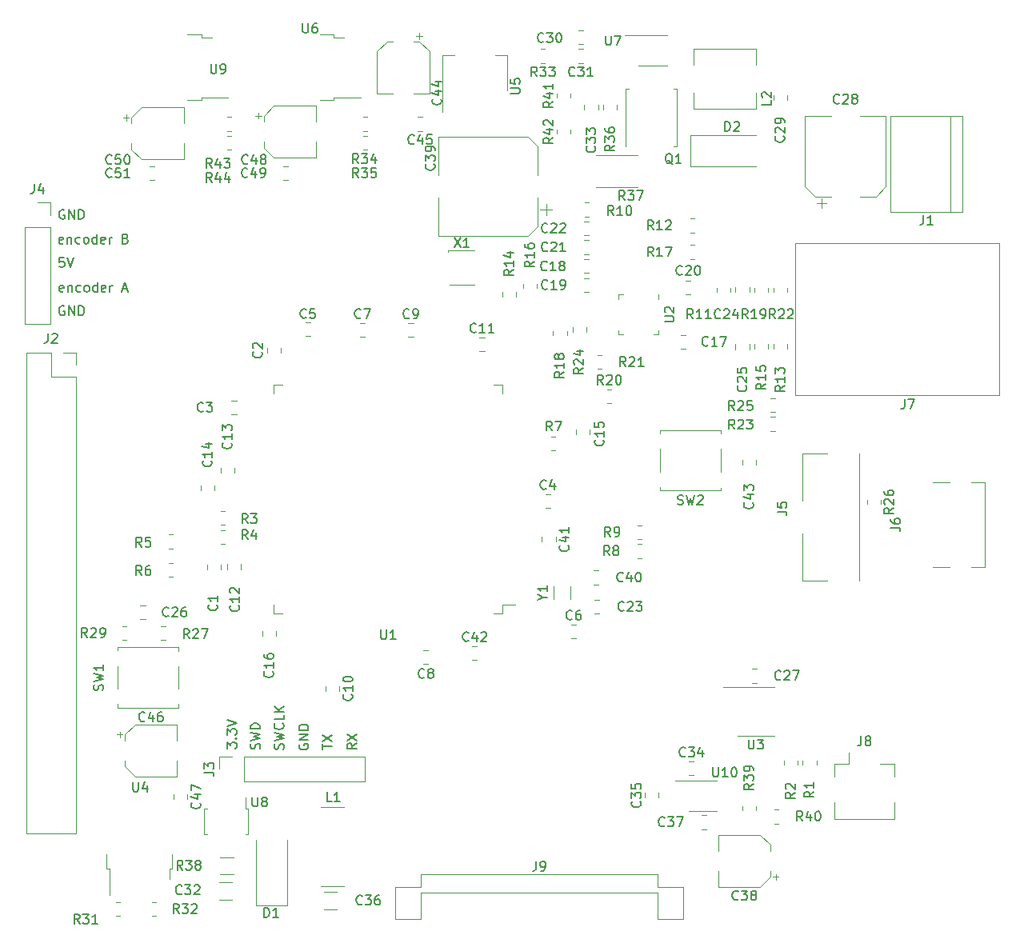
<source format=gbr>
%TF.GenerationSoftware,KiCad,Pcbnew,(5.99.0-9544-g366189b864)*%
%TF.CreationDate,2021-03-13T10:42:39+01:00*%
%TF.ProjectId,Controller,436f6e74-726f-46c6-9c65-722e6b696361,rev?*%
%TF.SameCoordinates,Original*%
%TF.FileFunction,Legend,Top*%
%TF.FilePolarity,Positive*%
%FSLAX46Y46*%
G04 Gerber Fmt 4.6, Leading zero omitted, Abs format (unit mm)*
G04 Created by KiCad (PCBNEW (5.99.0-9544-g366189b864)) date 2021-03-13 10:42:39*
%MOMM*%
%LPD*%
G01*
G04 APERTURE LIST*
%ADD10C,0.150000*%
%ADD11C,0.120000*%
G04 APERTURE END LIST*
D10*
X87952380Y-105876190D02*
X87952380Y-105257142D01*
X88333333Y-105590476D01*
X88333333Y-105447619D01*
X88380952Y-105352380D01*
X88428571Y-105304761D01*
X88523809Y-105257142D01*
X88761904Y-105257142D01*
X88857142Y-105304761D01*
X88904761Y-105352380D01*
X88952380Y-105447619D01*
X88952380Y-105733333D01*
X88904761Y-105828571D01*
X88857142Y-105876190D01*
X88857142Y-104828571D02*
X88904761Y-104780952D01*
X88952380Y-104828571D01*
X88904761Y-104876190D01*
X88857142Y-104828571D01*
X88952380Y-104828571D01*
X87952380Y-104447619D02*
X87952380Y-103828571D01*
X88333333Y-104161904D01*
X88333333Y-104019047D01*
X88380952Y-103923809D01*
X88428571Y-103876190D01*
X88523809Y-103828571D01*
X88761904Y-103828571D01*
X88857142Y-103876190D01*
X88904761Y-103923809D01*
X88952380Y-104019047D01*
X88952380Y-104304761D01*
X88904761Y-104400000D01*
X88857142Y-104447619D01*
X87952380Y-103542857D02*
X88952380Y-103209523D01*
X87952380Y-102876190D01*
X98052380Y-105961904D02*
X98052380Y-105390476D01*
X99052380Y-105676190D02*
X98052380Y-105676190D01*
X98052380Y-105152380D02*
X99052380Y-104485714D01*
X98052380Y-104485714D02*
X99052380Y-105152380D01*
X93904761Y-105961904D02*
X93952380Y-105819047D01*
X93952380Y-105580952D01*
X93904761Y-105485714D01*
X93857142Y-105438095D01*
X93761904Y-105390476D01*
X93666666Y-105390476D01*
X93571428Y-105438095D01*
X93523809Y-105485714D01*
X93476190Y-105580952D01*
X93428571Y-105771428D01*
X93380952Y-105866666D01*
X93333333Y-105914285D01*
X93238095Y-105961904D01*
X93142857Y-105961904D01*
X93047619Y-105914285D01*
X93000000Y-105866666D01*
X92952380Y-105771428D01*
X92952380Y-105533333D01*
X93000000Y-105390476D01*
X92952380Y-105057142D02*
X93952380Y-104819047D01*
X93238095Y-104628571D01*
X93952380Y-104438095D01*
X92952380Y-104200000D01*
X93857142Y-103247619D02*
X93904761Y-103295238D01*
X93952380Y-103438095D01*
X93952380Y-103533333D01*
X93904761Y-103676190D01*
X93809523Y-103771428D01*
X93714285Y-103819047D01*
X93523809Y-103866666D01*
X93380952Y-103866666D01*
X93190476Y-103819047D01*
X93095238Y-103771428D01*
X93000000Y-103676190D01*
X92952380Y-103533333D01*
X92952380Y-103438095D01*
X93000000Y-103295238D01*
X93047619Y-103247619D01*
X93952380Y-102342857D02*
X93952380Y-102819047D01*
X92952380Y-102819047D01*
X93952380Y-102009523D02*
X92952380Y-102009523D01*
X93952380Y-101438095D02*
X93380952Y-101866666D01*
X92952380Y-101438095D02*
X93523809Y-102009523D01*
X95600000Y-105461904D02*
X95552380Y-105557142D01*
X95552380Y-105700000D01*
X95600000Y-105842857D01*
X95695238Y-105938095D01*
X95790476Y-105985714D01*
X95980952Y-106033333D01*
X96123809Y-106033333D01*
X96314285Y-105985714D01*
X96409523Y-105938095D01*
X96504761Y-105842857D01*
X96552380Y-105700000D01*
X96552380Y-105604761D01*
X96504761Y-105461904D01*
X96457142Y-105414285D01*
X96123809Y-105414285D01*
X96123809Y-105604761D01*
X96552380Y-104985714D02*
X95552380Y-104985714D01*
X96552380Y-104414285D01*
X95552380Y-104414285D01*
X96552380Y-103938095D02*
X95552380Y-103938095D01*
X95552380Y-103700000D01*
X95600000Y-103557142D01*
X95695238Y-103461904D01*
X95790476Y-103414285D01*
X95980952Y-103366666D01*
X96123809Y-103366666D01*
X96314285Y-103414285D01*
X96409523Y-103461904D01*
X96504761Y-103557142D01*
X96552380Y-103700000D01*
X96552380Y-103938095D01*
X70709523Y-53952380D02*
X70233333Y-53952380D01*
X70185714Y-54428571D01*
X70233333Y-54380952D01*
X70328571Y-54333333D01*
X70566666Y-54333333D01*
X70661904Y-54380952D01*
X70709523Y-54428571D01*
X70757142Y-54523809D01*
X70757142Y-54761904D01*
X70709523Y-54857142D01*
X70661904Y-54904761D01*
X70566666Y-54952380D01*
X70328571Y-54952380D01*
X70233333Y-54904761D01*
X70185714Y-54857142D01*
X71042857Y-53952380D02*
X71376190Y-54952380D01*
X71709523Y-53952380D01*
X70657142Y-57504761D02*
X70561904Y-57552380D01*
X70371428Y-57552380D01*
X70276190Y-57504761D01*
X70228571Y-57409523D01*
X70228571Y-57028571D01*
X70276190Y-56933333D01*
X70371428Y-56885714D01*
X70561904Y-56885714D01*
X70657142Y-56933333D01*
X70704761Y-57028571D01*
X70704761Y-57123809D01*
X70228571Y-57219047D01*
X71133333Y-56885714D02*
X71133333Y-57552380D01*
X71133333Y-56980952D02*
X71180952Y-56933333D01*
X71276190Y-56885714D01*
X71419047Y-56885714D01*
X71514285Y-56933333D01*
X71561904Y-57028571D01*
X71561904Y-57552380D01*
X72466666Y-57504761D02*
X72371428Y-57552380D01*
X72180952Y-57552380D01*
X72085714Y-57504761D01*
X72038095Y-57457142D01*
X71990476Y-57361904D01*
X71990476Y-57076190D01*
X72038095Y-56980952D01*
X72085714Y-56933333D01*
X72180952Y-56885714D01*
X72371428Y-56885714D01*
X72466666Y-56933333D01*
X73038095Y-57552380D02*
X72942857Y-57504761D01*
X72895238Y-57457142D01*
X72847619Y-57361904D01*
X72847619Y-57076190D01*
X72895238Y-56980952D01*
X72942857Y-56933333D01*
X73038095Y-56885714D01*
X73180952Y-56885714D01*
X73276190Y-56933333D01*
X73323809Y-56980952D01*
X73371428Y-57076190D01*
X73371428Y-57361904D01*
X73323809Y-57457142D01*
X73276190Y-57504761D01*
X73180952Y-57552380D01*
X73038095Y-57552380D01*
X74228571Y-57552380D02*
X74228571Y-56552380D01*
X74228571Y-57504761D02*
X74133333Y-57552380D01*
X73942857Y-57552380D01*
X73847619Y-57504761D01*
X73800000Y-57457142D01*
X73752380Y-57361904D01*
X73752380Y-57076190D01*
X73800000Y-56980952D01*
X73847619Y-56933333D01*
X73942857Y-56885714D01*
X74133333Y-56885714D01*
X74228571Y-56933333D01*
X75085714Y-57504761D02*
X74990476Y-57552380D01*
X74800000Y-57552380D01*
X74704761Y-57504761D01*
X74657142Y-57409523D01*
X74657142Y-57028571D01*
X74704761Y-56933333D01*
X74800000Y-56885714D01*
X74990476Y-56885714D01*
X75085714Y-56933333D01*
X75133333Y-57028571D01*
X75133333Y-57123809D01*
X74657142Y-57219047D01*
X75561904Y-57552380D02*
X75561904Y-56885714D01*
X75561904Y-57076190D02*
X75609523Y-56980952D01*
X75657142Y-56933333D01*
X75752380Y-56885714D01*
X75847619Y-56885714D01*
X76895238Y-57266666D02*
X77371428Y-57266666D01*
X76800000Y-57552380D02*
X77133333Y-56552380D01*
X77466666Y-57552380D01*
X91404761Y-105957142D02*
X91452380Y-105814285D01*
X91452380Y-105576190D01*
X91404761Y-105480952D01*
X91357142Y-105433333D01*
X91261904Y-105385714D01*
X91166666Y-105385714D01*
X91071428Y-105433333D01*
X91023809Y-105480952D01*
X90976190Y-105576190D01*
X90928571Y-105766666D01*
X90880952Y-105861904D01*
X90833333Y-105909523D01*
X90738095Y-105957142D01*
X90642857Y-105957142D01*
X90547619Y-105909523D01*
X90500000Y-105861904D01*
X90452380Y-105766666D01*
X90452380Y-105528571D01*
X90500000Y-105385714D01*
X90452380Y-105052380D02*
X91452380Y-104814285D01*
X90738095Y-104623809D01*
X91452380Y-104433333D01*
X90452380Y-104195238D01*
X91452380Y-103814285D02*
X90452380Y-103814285D01*
X90452380Y-103576190D01*
X90500000Y-103433333D01*
X90595238Y-103338095D01*
X90690476Y-103290476D01*
X90880952Y-103242857D01*
X91023809Y-103242857D01*
X91214285Y-103290476D01*
X91309523Y-103338095D01*
X91404761Y-103433333D01*
X91452380Y-103576190D01*
X91452380Y-103814285D01*
X70585714Y-52404761D02*
X70490476Y-52452380D01*
X70300000Y-52452380D01*
X70204761Y-52404761D01*
X70157142Y-52309523D01*
X70157142Y-51928571D01*
X70204761Y-51833333D01*
X70300000Y-51785714D01*
X70490476Y-51785714D01*
X70585714Y-51833333D01*
X70633333Y-51928571D01*
X70633333Y-52023809D01*
X70157142Y-52119047D01*
X71061904Y-51785714D02*
X71061904Y-52452380D01*
X71061904Y-51880952D02*
X71109523Y-51833333D01*
X71204761Y-51785714D01*
X71347619Y-51785714D01*
X71442857Y-51833333D01*
X71490476Y-51928571D01*
X71490476Y-52452380D01*
X72395238Y-52404761D02*
X72300000Y-52452380D01*
X72109523Y-52452380D01*
X72014285Y-52404761D01*
X71966666Y-52357142D01*
X71919047Y-52261904D01*
X71919047Y-51976190D01*
X71966666Y-51880952D01*
X72014285Y-51833333D01*
X72109523Y-51785714D01*
X72300000Y-51785714D01*
X72395238Y-51833333D01*
X72966666Y-52452380D02*
X72871428Y-52404761D01*
X72823809Y-52357142D01*
X72776190Y-52261904D01*
X72776190Y-51976190D01*
X72823809Y-51880952D01*
X72871428Y-51833333D01*
X72966666Y-51785714D01*
X73109523Y-51785714D01*
X73204761Y-51833333D01*
X73252380Y-51880952D01*
X73300000Y-51976190D01*
X73300000Y-52261904D01*
X73252380Y-52357142D01*
X73204761Y-52404761D01*
X73109523Y-52452380D01*
X72966666Y-52452380D01*
X74157142Y-52452380D02*
X74157142Y-51452380D01*
X74157142Y-52404761D02*
X74061904Y-52452380D01*
X73871428Y-52452380D01*
X73776190Y-52404761D01*
X73728571Y-52357142D01*
X73680952Y-52261904D01*
X73680952Y-51976190D01*
X73728571Y-51880952D01*
X73776190Y-51833333D01*
X73871428Y-51785714D01*
X74061904Y-51785714D01*
X74157142Y-51833333D01*
X75014285Y-52404761D02*
X74919047Y-52452380D01*
X74728571Y-52452380D01*
X74633333Y-52404761D01*
X74585714Y-52309523D01*
X74585714Y-51928571D01*
X74633333Y-51833333D01*
X74728571Y-51785714D01*
X74919047Y-51785714D01*
X75014285Y-51833333D01*
X75061904Y-51928571D01*
X75061904Y-52023809D01*
X74585714Y-52119047D01*
X75490476Y-52452380D02*
X75490476Y-51785714D01*
X75490476Y-51976190D02*
X75538095Y-51880952D01*
X75585714Y-51833333D01*
X75680952Y-51785714D01*
X75776190Y-51785714D01*
X77204761Y-51928571D02*
X77347619Y-51976190D01*
X77395238Y-52023809D01*
X77442857Y-52119047D01*
X77442857Y-52261904D01*
X77395238Y-52357142D01*
X77347619Y-52404761D01*
X77252380Y-52452380D01*
X76871428Y-52452380D01*
X76871428Y-51452380D01*
X77204761Y-51452380D01*
X77300000Y-51500000D01*
X77347619Y-51547619D01*
X77395238Y-51642857D01*
X77395238Y-51738095D01*
X77347619Y-51833333D01*
X77300000Y-51880952D01*
X77204761Y-51928571D01*
X76871428Y-51928571D01*
X101652380Y-105366666D02*
X101176190Y-105700000D01*
X101652380Y-105938095D02*
X100652380Y-105938095D01*
X100652380Y-105557142D01*
X100700000Y-105461904D01*
X100747619Y-105414285D01*
X100842857Y-105366666D01*
X100985714Y-105366666D01*
X101080952Y-105414285D01*
X101128571Y-105461904D01*
X101176190Y-105557142D01*
X101176190Y-105938095D01*
X100652380Y-105033333D02*
X101652380Y-104366666D01*
X100652380Y-104366666D02*
X101652380Y-105033333D01*
X70738095Y-48900000D02*
X70642857Y-48852380D01*
X70500000Y-48852380D01*
X70357142Y-48900000D01*
X70261904Y-48995238D01*
X70214285Y-49090476D01*
X70166666Y-49280952D01*
X70166666Y-49423809D01*
X70214285Y-49614285D01*
X70261904Y-49709523D01*
X70357142Y-49804761D01*
X70500000Y-49852380D01*
X70595238Y-49852380D01*
X70738095Y-49804761D01*
X70785714Y-49757142D01*
X70785714Y-49423809D01*
X70595238Y-49423809D01*
X71214285Y-49852380D02*
X71214285Y-48852380D01*
X71785714Y-49852380D01*
X71785714Y-48852380D01*
X72261904Y-49852380D02*
X72261904Y-48852380D01*
X72500000Y-48852380D01*
X72642857Y-48900000D01*
X72738095Y-48995238D01*
X72785714Y-49090476D01*
X72833333Y-49280952D01*
X72833333Y-49423809D01*
X72785714Y-49614285D01*
X72738095Y-49709523D01*
X72642857Y-49804761D01*
X72500000Y-49852380D01*
X72261904Y-49852380D01*
X70738095Y-59100000D02*
X70642857Y-59052380D01*
X70500000Y-59052380D01*
X70357142Y-59100000D01*
X70261904Y-59195238D01*
X70214285Y-59290476D01*
X70166666Y-59480952D01*
X70166666Y-59623809D01*
X70214285Y-59814285D01*
X70261904Y-59909523D01*
X70357142Y-60004761D01*
X70500000Y-60052380D01*
X70595238Y-60052380D01*
X70738095Y-60004761D01*
X70785714Y-59957142D01*
X70785714Y-59623809D01*
X70595238Y-59623809D01*
X71214285Y-60052380D02*
X71214285Y-59052380D01*
X71785714Y-60052380D01*
X71785714Y-59052380D01*
X72261904Y-60052380D02*
X72261904Y-59052380D01*
X72500000Y-59052380D01*
X72642857Y-59100000D01*
X72738095Y-59195238D01*
X72785714Y-59290476D01*
X72833333Y-59480952D01*
X72833333Y-59623809D01*
X72785714Y-59814285D01*
X72738095Y-59909523D01*
X72642857Y-60004761D01*
X72500000Y-60052380D01*
X72261904Y-60052380D01*
%TO.C,R40*%
X148857142Y-113552380D02*
X148523809Y-113076190D01*
X148285714Y-113552380D02*
X148285714Y-112552380D01*
X148666666Y-112552380D01*
X148761904Y-112600000D01*
X148809523Y-112647619D01*
X148857142Y-112742857D01*
X148857142Y-112885714D01*
X148809523Y-112980952D01*
X148761904Y-113028571D01*
X148666666Y-113076190D01*
X148285714Y-113076190D01*
X149714285Y-112885714D02*
X149714285Y-113552380D01*
X149476190Y-112504761D02*
X149238095Y-113219047D01*
X149857142Y-113219047D01*
X150428571Y-112552380D02*
X150523809Y-112552380D01*
X150619047Y-112600000D01*
X150666666Y-112647619D01*
X150714285Y-112742857D01*
X150761904Y-112933333D01*
X150761904Y-113171428D01*
X150714285Y-113361904D01*
X150666666Y-113457142D01*
X150619047Y-113504761D01*
X150523809Y-113552380D01*
X150428571Y-113552380D01*
X150333333Y-113504761D01*
X150285714Y-113457142D01*
X150238095Y-113361904D01*
X150190476Y-113171428D01*
X150190476Y-112933333D01*
X150238095Y-112742857D01*
X150285714Y-112647619D01*
X150333333Y-112600000D01*
X150428571Y-112552380D01*
%TO.C,C36*%
X102257142Y-122357142D02*
X102209523Y-122404761D01*
X102066666Y-122452380D01*
X101971428Y-122452380D01*
X101828571Y-122404761D01*
X101733333Y-122309523D01*
X101685714Y-122214285D01*
X101638095Y-122023809D01*
X101638095Y-121880952D01*
X101685714Y-121690476D01*
X101733333Y-121595238D01*
X101828571Y-121500000D01*
X101971428Y-121452380D01*
X102066666Y-121452380D01*
X102209523Y-121500000D01*
X102257142Y-121547619D01*
X102590476Y-121452380D02*
X103209523Y-121452380D01*
X102876190Y-121833333D01*
X103019047Y-121833333D01*
X103114285Y-121880952D01*
X103161904Y-121928571D01*
X103209523Y-122023809D01*
X103209523Y-122261904D01*
X103161904Y-122357142D01*
X103114285Y-122404761D01*
X103019047Y-122452380D01*
X102733333Y-122452380D01*
X102638095Y-122404761D01*
X102590476Y-122357142D01*
X104066666Y-121452380D02*
X103876190Y-121452380D01*
X103780952Y-121500000D01*
X103733333Y-121547619D01*
X103638095Y-121690476D01*
X103590476Y-121880952D01*
X103590476Y-122261904D01*
X103638095Y-122357142D01*
X103685714Y-122404761D01*
X103780952Y-122452380D01*
X103971428Y-122452380D01*
X104066666Y-122404761D01*
X104114285Y-122357142D01*
X104161904Y-122261904D01*
X104161904Y-122023809D01*
X104114285Y-121928571D01*
X104066666Y-121880952D01*
X103971428Y-121833333D01*
X103780952Y-121833333D01*
X103685714Y-121880952D01*
X103638095Y-121928571D01*
X103590476Y-122023809D01*
%TO.C,Y1*%
X121376190Y-89876190D02*
X121852380Y-89876190D01*
X120852380Y-90209523D02*
X121376190Y-89876190D01*
X120852380Y-89542857D01*
X121852380Y-88685714D02*
X121852380Y-89257142D01*
X121852380Y-88971428D02*
X120852380Y-88971428D01*
X120995238Y-89066666D01*
X121090476Y-89161904D01*
X121138095Y-89257142D01*
%TO.C,C34*%
X136457142Y-106677142D02*
X136409523Y-106724761D01*
X136266666Y-106772380D01*
X136171428Y-106772380D01*
X136028571Y-106724761D01*
X135933333Y-106629523D01*
X135885714Y-106534285D01*
X135838095Y-106343809D01*
X135838095Y-106200952D01*
X135885714Y-106010476D01*
X135933333Y-105915238D01*
X136028571Y-105820000D01*
X136171428Y-105772380D01*
X136266666Y-105772380D01*
X136409523Y-105820000D01*
X136457142Y-105867619D01*
X136790476Y-105772380D02*
X137409523Y-105772380D01*
X137076190Y-106153333D01*
X137219047Y-106153333D01*
X137314285Y-106200952D01*
X137361904Y-106248571D01*
X137409523Y-106343809D01*
X137409523Y-106581904D01*
X137361904Y-106677142D01*
X137314285Y-106724761D01*
X137219047Y-106772380D01*
X136933333Y-106772380D01*
X136838095Y-106724761D01*
X136790476Y-106677142D01*
X138266666Y-106105714D02*
X138266666Y-106772380D01*
X138028571Y-105724761D02*
X137790476Y-106439047D01*
X138409523Y-106439047D01*
%TO.C,R19*%
X143062153Y-60392408D02*
X142728820Y-59916218D01*
X142490725Y-60392408D02*
X142490725Y-59392408D01*
X142871677Y-59392408D01*
X142966915Y-59440028D01*
X143014534Y-59487647D01*
X143062153Y-59582885D01*
X143062153Y-59725742D01*
X143014534Y-59820980D01*
X142966915Y-59868599D01*
X142871677Y-59916218D01*
X142490725Y-59916218D01*
X144014534Y-60392408D02*
X143443106Y-60392408D01*
X143728820Y-60392408D02*
X143728820Y-59392408D01*
X143633582Y-59535266D01*
X143538344Y-59630504D01*
X143443106Y-59678123D01*
X144490725Y-60392408D02*
X144681201Y-60392408D01*
X144776439Y-60344789D01*
X144824058Y-60297170D01*
X144919296Y-60154313D01*
X144966915Y-59963837D01*
X144966915Y-59582885D01*
X144919296Y-59487647D01*
X144871677Y-59440028D01*
X144776439Y-59392408D01*
X144585963Y-59392408D01*
X144490725Y-59440028D01*
X144443106Y-59487647D01*
X144395487Y-59582885D01*
X144395487Y-59820980D01*
X144443106Y-59916218D01*
X144490725Y-59963837D01*
X144585963Y-60011456D01*
X144776439Y-60011456D01*
X144871677Y-59963837D01*
X144919296Y-59916218D01*
X144966915Y-59820980D01*
%TO.C,C20*%
X136112153Y-55697170D02*
X136064534Y-55744789D01*
X135921677Y-55792408D01*
X135826439Y-55792408D01*
X135683582Y-55744789D01*
X135588344Y-55649551D01*
X135540725Y-55554313D01*
X135493106Y-55363837D01*
X135493106Y-55220980D01*
X135540725Y-55030504D01*
X135588344Y-54935266D01*
X135683582Y-54840028D01*
X135826439Y-54792408D01*
X135921677Y-54792408D01*
X136064534Y-54840028D01*
X136112153Y-54887647D01*
X136493106Y-54887647D02*
X136540725Y-54840028D01*
X136635963Y-54792408D01*
X136874058Y-54792408D01*
X136969296Y-54840028D01*
X137016915Y-54887647D01*
X137064534Y-54982885D01*
X137064534Y-55078123D01*
X137016915Y-55220980D01*
X136445487Y-55792408D01*
X137064534Y-55792408D01*
X137683582Y-54792408D02*
X137778820Y-54792408D01*
X137874058Y-54840028D01*
X137921677Y-54887647D01*
X137969296Y-54982885D01*
X138016915Y-55173361D01*
X138016915Y-55411456D01*
X137969296Y-55601932D01*
X137921677Y-55697170D01*
X137874058Y-55744789D01*
X137778820Y-55792408D01*
X137683582Y-55792408D01*
X137588344Y-55744789D01*
X137540725Y-55697170D01*
X137493106Y-55601932D01*
X137445487Y-55411456D01*
X137445487Y-55173361D01*
X137493106Y-54982885D01*
X137540725Y-54887647D01*
X137588344Y-54840028D01*
X137683582Y-54792408D01*
%TO.C,C15*%
X127757142Y-73242857D02*
X127804761Y-73290476D01*
X127852380Y-73433333D01*
X127852380Y-73528571D01*
X127804761Y-73671428D01*
X127709523Y-73766666D01*
X127614285Y-73814285D01*
X127423809Y-73861904D01*
X127280952Y-73861904D01*
X127090476Y-73814285D01*
X126995238Y-73766666D01*
X126900000Y-73671428D01*
X126852380Y-73528571D01*
X126852380Y-73433333D01*
X126900000Y-73290476D01*
X126947619Y-73242857D01*
X127852380Y-72290476D02*
X127852380Y-72861904D01*
X127852380Y-72576190D02*
X126852380Y-72576190D01*
X126995238Y-72671428D01*
X127090476Y-72766666D01*
X127138095Y-72861904D01*
X126852380Y-71385714D02*
X126852380Y-71861904D01*
X127328571Y-71909523D01*
X127280952Y-71861904D01*
X127233333Y-71766666D01*
X127233333Y-71528571D01*
X127280952Y-71433333D01*
X127328571Y-71385714D01*
X127423809Y-71338095D01*
X127661904Y-71338095D01*
X127757142Y-71385714D01*
X127804761Y-71433333D01*
X127852380Y-71528571D01*
X127852380Y-71766666D01*
X127804761Y-71861904D01*
X127757142Y-71909523D01*
%TO.C,C3*%
X85433333Y-70157142D02*
X85385714Y-70204761D01*
X85242857Y-70252380D01*
X85147619Y-70252380D01*
X85004761Y-70204761D01*
X84909523Y-70109523D01*
X84861904Y-70014285D01*
X84814285Y-69823809D01*
X84814285Y-69680952D01*
X84861904Y-69490476D01*
X84909523Y-69395238D01*
X85004761Y-69300000D01*
X85147619Y-69252380D01*
X85242857Y-69252380D01*
X85385714Y-69300000D01*
X85433333Y-69347619D01*
X85766666Y-69252380D02*
X86385714Y-69252380D01*
X86052380Y-69633333D01*
X86195238Y-69633333D01*
X86290476Y-69680952D01*
X86338095Y-69728571D01*
X86385714Y-69823809D01*
X86385714Y-70061904D01*
X86338095Y-70157142D01*
X86290476Y-70204761D01*
X86195238Y-70252380D01*
X85909523Y-70252380D01*
X85814285Y-70204761D01*
X85766666Y-70157142D01*
%TO.C,R11*%
X137262153Y-60392408D02*
X136928820Y-59916218D01*
X136690725Y-60392408D02*
X136690725Y-59392408D01*
X137071677Y-59392408D01*
X137166915Y-59440028D01*
X137214534Y-59487647D01*
X137262153Y-59582885D01*
X137262153Y-59725742D01*
X137214534Y-59820980D01*
X137166915Y-59868599D01*
X137071677Y-59916218D01*
X136690725Y-59916218D01*
X138214534Y-60392408D02*
X137643106Y-60392408D01*
X137928820Y-60392408D02*
X137928820Y-59392408D01*
X137833582Y-59535266D01*
X137738344Y-59630504D01*
X137643106Y-59678123D01*
X139166915Y-60392408D02*
X138595487Y-60392408D01*
X138881201Y-60392408D02*
X138881201Y-59392408D01*
X138785963Y-59535266D01*
X138690725Y-59630504D01*
X138595487Y-59678123D01*
%TO.C,C28*%
X152757142Y-37557142D02*
X152709523Y-37604761D01*
X152566666Y-37652380D01*
X152471428Y-37652380D01*
X152328571Y-37604761D01*
X152233333Y-37509523D01*
X152185714Y-37414285D01*
X152138095Y-37223809D01*
X152138095Y-37080952D01*
X152185714Y-36890476D01*
X152233333Y-36795238D01*
X152328571Y-36700000D01*
X152471428Y-36652380D01*
X152566666Y-36652380D01*
X152709523Y-36700000D01*
X152757142Y-36747619D01*
X153138095Y-36747619D02*
X153185714Y-36700000D01*
X153280952Y-36652380D01*
X153519047Y-36652380D01*
X153614285Y-36700000D01*
X153661904Y-36747619D01*
X153709523Y-36842857D01*
X153709523Y-36938095D01*
X153661904Y-37080952D01*
X153090476Y-37652380D01*
X153709523Y-37652380D01*
X154280952Y-37080952D02*
X154185714Y-37033333D01*
X154138095Y-36985714D01*
X154090476Y-36890476D01*
X154090476Y-36842857D01*
X154138095Y-36747619D01*
X154185714Y-36700000D01*
X154280952Y-36652380D01*
X154471428Y-36652380D01*
X154566666Y-36700000D01*
X154614285Y-36747619D01*
X154661904Y-36842857D01*
X154661904Y-36890476D01*
X154614285Y-36985714D01*
X154566666Y-37033333D01*
X154471428Y-37080952D01*
X154280952Y-37080952D01*
X154185714Y-37128571D01*
X154138095Y-37176190D01*
X154090476Y-37271428D01*
X154090476Y-37461904D01*
X154138095Y-37557142D01*
X154185714Y-37604761D01*
X154280952Y-37652380D01*
X154471428Y-37652380D01*
X154566666Y-37604761D01*
X154614285Y-37557142D01*
X154661904Y-37461904D01*
X154661904Y-37271428D01*
X154614285Y-37176190D01*
X154566666Y-37128571D01*
X154471428Y-37080952D01*
%TO.C,C43*%
X143557142Y-79880357D02*
X143604761Y-79927976D01*
X143652380Y-80070833D01*
X143652380Y-80166071D01*
X143604761Y-80308928D01*
X143509523Y-80404166D01*
X143414285Y-80451785D01*
X143223809Y-80499404D01*
X143080952Y-80499404D01*
X142890476Y-80451785D01*
X142795238Y-80404166D01*
X142700000Y-80308928D01*
X142652380Y-80166071D01*
X142652380Y-80070833D01*
X142700000Y-79927976D01*
X142747619Y-79880357D01*
X142985714Y-79023214D02*
X143652380Y-79023214D01*
X142604761Y-79261309D02*
X143319047Y-79499404D01*
X143319047Y-78880357D01*
X142652380Y-78594642D02*
X142652380Y-77975595D01*
X143033333Y-78308928D01*
X143033333Y-78166071D01*
X143080952Y-78070833D01*
X143128571Y-78023214D01*
X143223809Y-77975595D01*
X143461904Y-77975595D01*
X143557142Y-78023214D01*
X143604761Y-78070833D01*
X143652380Y-78166071D01*
X143652380Y-78451785D01*
X143604761Y-78547023D01*
X143557142Y-78594642D01*
%TO.C,C25*%
X142862153Y-67482885D02*
X142909772Y-67530504D01*
X142957391Y-67673361D01*
X142957391Y-67768599D01*
X142909772Y-67911456D01*
X142814534Y-68006694D01*
X142719296Y-68054313D01*
X142528820Y-68101932D01*
X142385963Y-68101932D01*
X142195487Y-68054313D01*
X142100249Y-68006694D01*
X142005011Y-67911456D01*
X141957391Y-67768599D01*
X141957391Y-67673361D01*
X142005011Y-67530504D01*
X142052630Y-67482885D01*
X142052630Y-67101932D02*
X142005011Y-67054313D01*
X141957391Y-66959075D01*
X141957391Y-66720980D01*
X142005011Y-66625742D01*
X142052630Y-66578123D01*
X142147868Y-66530504D01*
X142243106Y-66530504D01*
X142385963Y-66578123D01*
X142957391Y-67149551D01*
X142957391Y-66530504D01*
X141957391Y-65625742D02*
X141957391Y-66101932D01*
X142433582Y-66149551D01*
X142385963Y-66101932D01*
X142338344Y-66006694D01*
X142338344Y-65768599D01*
X142385963Y-65673361D01*
X142433582Y-65625742D01*
X142528820Y-65578123D01*
X142766915Y-65578123D01*
X142862153Y-65625742D01*
X142909772Y-65673361D01*
X142957391Y-65768599D01*
X142957391Y-66006694D01*
X142909772Y-66101932D01*
X142862153Y-66149551D01*
%TO.C,U4*%
X77988095Y-109452380D02*
X77988095Y-110261904D01*
X78035714Y-110357142D01*
X78083333Y-110404761D01*
X78178571Y-110452380D01*
X78369047Y-110452380D01*
X78464285Y-110404761D01*
X78511904Y-110357142D01*
X78559523Y-110261904D01*
X78559523Y-109452380D01*
X79464285Y-109785714D02*
X79464285Y-110452380D01*
X79226190Y-109404761D02*
X78988095Y-110119047D01*
X79607142Y-110119047D01*
%TO.C,J8*%
X155066666Y-104602380D02*
X155066666Y-105316666D01*
X155019047Y-105459523D01*
X154923809Y-105554761D01*
X154780952Y-105602380D01*
X154685714Y-105602380D01*
X155685714Y-105030952D02*
X155590476Y-104983333D01*
X155542857Y-104935714D01*
X155495238Y-104840476D01*
X155495238Y-104792857D01*
X155542857Y-104697619D01*
X155590476Y-104650000D01*
X155685714Y-104602380D01*
X155876190Y-104602380D01*
X155971428Y-104650000D01*
X156019047Y-104697619D01*
X156066666Y-104792857D01*
X156066666Y-104840476D01*
X156019047Y-104935714D01*
X155971428Y-104983333D01*
X155876190Y-105030952D01*
X155685714Y-105030952D01*
X155590476Y-105078571D01*
X155542857Y-105126190D01*
X155495238Y-105221428D01*
X155495238Y-105411904D01*
X155542857Y-105507142D01*
X155590476Y-105554761D01*
X155685714Y-105602380D01*
X155876190Y-105602380D01*
X155971428Y-105554761D01*
X156019047Y-105507142D01*
X156066666Y-105411904D01*
X156066666Y-105221428D01*
X156019047Y-105126190D01*
X155971428Y-105078571D01*
X155876190Y-105030952D01*
%TO.C,R35*%
X101857142Y-45452380D02*
X101523809Y-44976190D01*
X101285714Y-45452380D02*
X101285714Y-44452380D01*
X101666666Y-44452380D01*
X101761904Y-44500000D01*
X101809523Y-44547619D01*
X101857142Y-44642857D01*
X101857142Y-44785714D01*
X101809523Y-44880952D01*
X101761904Y-44928571D01*
X101666666Y-44976190D01*
X101285714Y-44976190D01*
X102190476Y-44452380D02*
X102809523Y-44452380D01*
X102476190Y-44833333D01*
X102619047Y-44833333D01*
X102714285Y-44880952D01*
X102761904Y-44928571D01*
X102809523Y-45023809D01*
X102809523Y-45261904D01*
X102761904Y-45357142D01*
X102714285Y-45404761D01*
X102619047Y-45452380D01*
X102333333Y-45452380D01*
X102238095Y-45404761D01*
X102190476Y-45357142D01*
X103714285Y-44452380D02*
X103238095Y-44452380D01*
X103190476Y-44928571D01*
X103238095Y-44880952D01*
X103333333Y-44833333D01*
X103571428Y-44833333D01*
X103666666Y-44880952D01*
X103714285Y-44928571D01*
X103761904Y-45023809D01*
X103761904Y-45261904D01*
X103714285Y-45357142D01*
X103666666Y-45404761D01*
X103571428Y-45452380D01*
X103333333Y-45452380D01*
X103238095Y-45404761D01*
X103190476Y-45357142D01*
%TO.C,R23*%
X141662153Y-72092408D02*
X141328820Y-71616218D01*
X141090725Y-72092408D02*
X141090725Y-71092408D01*
X141471677Y-71092408D01*
X141566915Y-71140028D01*
X141614534Y-71187647D01*
X141662153Y-71282885D01*
X141662153Y-71425742D01*
X141614534Y-71520980D01*
X141566915Y-71568599D01*
X141471677Y-71616218D01*
X141090725Y-71616218D01*
X142043106Y-71187647D02*
X142090725Y-71140028D01*
X142185963Y-71092408D01*
X142424058Y-71092408D01*
X142519296Y-71140028D01*
X142566915Y-71187647D01*
X142614534Y-71282885D01*
X142614534Y-71378123D01*
X142566915Y-71520980D01*
X141995487Y-72092408D01*
X142614534Y-72092408D01*
X142947868Y-71092408D02*
X143566915Y-71092408D01*
X143233582Y-71473361D01*
X143376439Y-71473361D01*
X143471677Y-71520980D01*
X143519296Y-71568599D01*
X143566915Y-71663837D01*
X143566915Y-71901932D01*
X143519296Y-71997170D01*
X143471677Y-72044789D01*
X143376439Y-72092408D01*
X143090725Y-72092408D01*
X142995487Y-72044789D01*
X142947868Y-71997170D01*
%TO.C,J4*%
X67566666Y-46122380D02*
X67566666Y-46836666D01*
X67519047Y-46979523D01*
X67423809Y-47074761D01*
X67280952Y-47122380D01*
X67185714Y-47122380D01*
X68471428Y-46455714D02*
X68471428Y-47122380D01*
X68233333Y-46074761D02*
X67995238Y-46789047D01*
X68614285Y-46789047D01*
%TO.C,R21*%
X130157142Y-65452380D02*
X129823809Y-64976190D01*
X129585714Y-65452380D02*
X129585714Y-64452380D01*
X129966666Y-64452380D01*
X130061904Y-64500000D01*
X130109523Y-64547619D01*
X130157142Y-64642857D01*
X130157142Y-64785714D01*
X130109523Y-64880952D01*
X130061904Y-64928571D01*
X129966666Y-64976190D01*
X129585714Y-64976190D01*
X130538095Y-64547619D02*
X130585714Y-64500000D01*
X130680952Y-64452380D01*
X130919047Y-64452380D01*
X131014285Y-64500000D01*
X131061904Y-64547619D01*
X131109523Y-64642857D01*
X131109523Y-64738095D01*
X131061904Y-64880952D01*
X130490476Y-65452380D01*
X131109523Y-65452380D01*
X132061904Y-65452380D02*
X131490476Y-65452380D01*
X131776190Y-65452380D02*
X131776190Y-64452380D01*
X131680952Y-64595238D01*
X131585714Y-64690476D01*
X131490476Y-64738095D01*
%TO.C,R13*%
X146957391Y-67482885D02*
X146481201Y-67816218D01*
X146957391Y-68054313D02*
X145957391Y-68054313D01*
X145957391Y-67673361D01*
X146005011Y-67578123D01*
X146052630Y-67530504D01*
X146147868Y-67482885D01*
X146290725Y-67482885D01*
X146385963Y-67530504D01*
X146433582Y-67578123D01*
X146481201Y-67673361D01*
X146481201Y-68054313D01*
X146957391Y-66530504D02*
X146957391Y-67101932D01*
X146957391Y-66816218D02*
X145957391Y-66816218D01*
X146100249Y-66911456D01*
X146195487Y-67006694D01*
X146243106Y-67101932D01*
X145957391Y-66197170D02*
X145957391Y-65578123D01*
X146338344Y-65911456D01*
X146338344Y-65768599D01*
X146385963Y-65673361D01*
X146433582Y-65625742D01*
X146528820Y-65578123D01*
X146766915Y-65578123D01*
X146862153Y-65625742D01*
X146909772Y-65673361D01*
X146957391Y-65768599D01*
X146957391Y-66054313D01*
X146909772Y-66149551D01*
X146862153Y-66197170D01*
%TO.C,C2*%
X91577142Y-63904166D02*
X91624761Y-63951785D01*
X91672380Y-64094642D01*
X91672380Y-64189880D01*
X91624761Y-64332738D01*
X91529523Y-64427976D01*
X91434285Y-64475595D01*
X91243809Y-64523214D01*
X91100952Y-64523214D01*
X90910476Y-64475595D01*
X90815238Y-64427976D01*
X90720000Y-64332738D01*
X90672380Y-64189880D01*
X90672380Y-64094642D01*
X90720000Y-63951785D01*
X90767619Y-63904166D01*
X90767619Y-63523214D02*
X90720000Y-63475595D01*
X90672380Y-63380357D01*
X90672380Y-63142261D01*
X90720000Y-63047023D01*
X90767619Y-62999404D01*
X90862857Y-62951785D01*
X90958095Y-62951785D01*
X91100952Y-62999404D01*
X91672380Y-63570833D01*
X91672380Y-62951785D01*
%TO.C,R44*%
X86357142Y-45952380D02*
X86023809Y-45476190D01*
X85785714Y-45952380D02*
X85785714Y-44952380D01*
X86166666Y-44952380D01*
X86261904Y-45000000D01*
X86309523Y-45047619D01*
X86357142Y-45142857D01*
X86357142Y-45285714D01*
X86309523Y-45380952D01*
X86261904Y-45428571D01*
X86166666Y-45476190D01*
X85785714Y-45476190D01*
X87214285Y-45285714D02*
X87214285Y-45952380D01*
X86976190Y-44904761D02*
X86738095Y-45619047D01*
X87357142Y-45619047D01*
X88166666Y-45285714D02*
X88166666Y-45952380D01*
X87928571Y-44904761D02*
X87690476Y-45619047D01*
X88309523Y-45619047D01*
%TO.C,C12*%
X89157142Y-90767857D02*
X89204761Y-90815476D01*
X89252380Y-90958333D01*
X89252380Y-91053571D01*
X89204761Y-91196428D01*
X89109523Y-91291666D01*
X89014285Y-91339285D01*
X88823809Y-91386904D01*
X88680952Y-91386904D01*
X88490476Y-91339285D01*
X88395238Y-91291666D01*
X88300000Y-91196428D01*
X88252380Y-91053571D01*
X88252380Y-90958333D01*
X88300000Y-90815476D01*
X88347619Y-90767857D01*
X89252380Y-89815476D02*
X89252380Y-90386904D01*
X89252380Y-90101190D02*
X88252380Y-90101190D01*
X88395238Y-90196428D01*
X88490476Y-90291666D01*
X88538095Y-90386904D01*
X88347619Y-89434523D02*
X88300000Y-89386904D01*
X88252380Y-89291666D01*
X88252380Y-89053571D01*
X88300000Y-88958333D01*
X88347619Y-88910714D01*
X88442857Y-88863095D01*
X88538095Y-88863095D01*
X88680952Y-88910714D01*
X89252380Y-89482142D01*
X89252380Y-88863095D01*
%TO.C,C23*%
X129957142Y-91257142D02*
X129909523Y-91304761D01*
X129766666Y-91352380D01*
X129671428Y-91352380D01*
X129528571Y-91304761D01*
X129433333Y-91209523D01*
X129385714Y-91114285D01*
X129338095Y-90923809D01*
X129338095Y-90780952D01*
X129385714Y-90590476D01*
X129433333Y-90495238D01*
X129528571Y-90400000D01*
X129671428Y-90352380D01*
X129766666Y-90352380D01*
X129909523Y-90400000D01*
X129957142Y-90447619D01*
X130338095Y-90447619D02*
X130385714Y-90400000D01*
X130480952Y-90352380D01*
X130719047Y-90352380D01*
X130814285Y-90400000D01*
X130861904Y-90447619D01*
X130909523Y-90542857D01*
X130909523Y-90638095D01*
X130861904Y-90780952D01*
X130290476Y-91352380D01*
X130909523Y-91352380D01*
X131242857Y-90352380D02*
X131861904Y-90352380D01*
X131528571Y-90733333D01*
X131671428Y-90733333D01*
X131766666Y-90780952D01*
X131814285Y-90828571D01*
X131861904Y-90923809D01*
X131861904Y-91161904D01*
X131814285Y-91257142D01*
X131766666Y-91304761D01*
X131671428Y-91352380D01*
X131385714Y-91352380D01*
X131290476Y-91304761D01*
X131242857Y-91257142D01*
%TO.C,C50*%
X75757142Y-43957142D02*
X75709523Y-44004761D01*
X75566666Y-44052380D01*
X75471428Y-44052380D01*
X75328571Y-44004761D01*
X75233333Y-43909523D01*
X75185714Y-43814285D01*
X75138095Y-43623809D01*
X75138095Y-43480952D01*
X75185714Y-43290476D01*
X75233333Y-43195238D01*
X75328571Y-43100000D01*
X75471428Y-43052380D01*
X75566666Y-43052380D01*
X75709523Y-43100000D01*
X75757142Y-43147619D01*
X76661904Y-43052380D02*
X76185714Y-43052380D01*
X76138095Y-43528571D01*
X76185714Y-43480952D01*
X76280952Y-43433333D01*
X76519047Y-43433333D01*
X76614285Y-43480952D01*
X76661904Y-43528571D01*
X76709523Y-43623809D01*
X76709523Y-43861904D01*
X76661904Y-43957142D01*
X76614285Y-44004761D01*
X76519047Y-44052380D01*
X76280952Y-44052380D01*
X76185714Y-44004761D01*
X76138095Y-43957142D01*
X77328571Y-43052380D02*
X77423809Y-43052380D01*
X77519047Y-43100000D01*
X77566666Y-43147619D01*
X77614285Y-43242857D01*
X77661904Y-43433333D01*
X77661904Y-43671428D01*
X77614285Y-43861904D01*
X77566666Y-43957142D01*
X77519047Y-44004761D01*
X77423809Y-44052380D01*
X77328571Y-44052380D01*
X77233333Y-44004761D01*
X77185714Y-43957142D01*
X77138095Y-43861904D01*
X77090476Y-43671428D01*
X77090476Y-43433333D01*
X77138095Y-43242857D01*
X77185714Y-43147619D01*
X77233333Y-43100000D01*
X77328571Y-43052380D01*
%TO.C,R9*%
X128533333Y-83452380D02*
X128200000Y-82976190D01*
X127961904Y-83452380D02*
X127961904Y-82452380D01*
X128342857Y-82452380D01*
X128438095Y-82500000D01*
X128485714Y-82547619D01*
X128533333Y-82642857D01*
X128533333Y-82785714D01*
X128485714Y-82880952D01*
X128438095Y-82928571D01*
X128342857Y-82976190D01*
X127961904Y-82976190D01*
X129009523Y-83452380D02*
X129200000Y-83452380D01*
X129295238Y-83404761D01*
X129342857Y-83357142D01*
X129438095Y-83214285D01*
X129485714Y-83023809D01*
X129485714Y-82642857D01*
X129438095Y-82547619D01*
X129390476Y-82500000D01*
X129295238Y-82452380D01*
X129104761Y-82452380D01*
X129009523Y-82500000D01*
X128961904Y-82547619D01*
X128914285Y-82642857D01*
X128914285Y-82880952D01*
X128961904Y-82976190D01*
X129009523Y-83023809D01*
X129104761Y-83071428D01*
X129295238Y-83071428D01*
X129390476Y-83023809D01*
X129438095Y-82976190D01*
X129485714Y-82880952D01*
%TO.C,Q1*%
X135104761Y-44047619D02*
X135009523Y-44000000D01*
X134914285Y-43904761D01*
X134771428Y-43761904D01*
X134676190Y-43714285D01*
X134580952Y-43714285D01*
X134628571Y-43952380D02*
X134533333Y-43904761D01*
X134438095Y-43809523D01*
X134390476Y-43619047D01*
X134390476Y-43285714D01*
X134438095Y-43095238D01*
X134533333Y-43000000D01*
X134628571Y-42952380D01*
X134819047Y-42952380D01*
X134914285Y-43000000D01*
X135009523Y-43095238D01*
X135057142Y-43285714D01*
X135057142Y-43619047D01*
X135009523Y-43809523D01*
X134914285Y-43904761D01*
X134819047Y-43952380D01*
X134628571Y-43952380D01*
X136009523Y-43952380D02*
X135438095Y-43952380D01*
X135723809Y-43952380D02*
X135723809Y-42952380D01*
X135628571Y-43095238D01*
X135533333Y-43190476D01*
X135438095Y-43238095D01*
%TO.C,R26*%
X158502380Y-80442857D02*
X158026190Y-80776190D01*
X158502380Y-81014285D02*
X157502380Y-81014285D01*
X157502380Y-80633333D01*
X157550000Y-80538095D01*
X157597619Y-80490476D01*
X157692857Y-80442857D01*
X157835714Y-80442857D01*
X157930952Y-80490476D01*
X157978571Y-80538095D01*
X158026190Y-80633333D01*
X158026190Y-81014285D01*
X157597619Y-80061904D02*
X157550000Y-80014285D01*
X157502380Y-79919047D01*
X157502380Y-79680952D01*
X157550000Y-79585714D01*
X157597619Y-79538095D01*
X157692857Y-79490476D01*
X157788095Y-79490476D01*
X157930952Y-79538095D01*
X158502380Y-80109523D01*
X158502380Y-79490476D01*
X157502380Y-78633333D02*
X157502380Y-78823809D01*
X157550000Y-78919047D01*
X157597619Y-78966666D01*
X157740476Y-79061904D01*
X157930952Y-79109523D01*
X158311904Y-79109523D01*
X158407142Y-79061904D01*
X158454761Y-79014285D01*
X158502380Y-78919047D01*
X158502380Y-78728571D01*
X158454761Y-78633333D01*
X158407142Y-78585714D01*
X158311904Y-78538095D01*
X158073809Y-78538095D01*
X157978571Y-78585714D01*
X157930952Y-78633333D01*
X157883333Y-78728571D01*
X157883333Y-78919047D01*
X157930952Y-79014285D01*
X157978571Y-79061904D01*
X158073809Y-79109523D01*
%TO.C,C45*%
X107757142Y-41837142D02*
X107709523Y-41884761D01*
X107566666Y-41932380D01*
X107471428Y-41932380D01*
X107328571Y-41884761D01*
X107233333Y-41789523D01*
X107185714Y-41694285D01*
X107138095Y-41503809D01*
X107138095Y-41360952D01*
X107185714Y-41170476D01*
X107233333Y-41075238D01*
X107328571Y-40980000D01*
X107471428Y-40932380D01*
X107566666Y-40932380D01*
X107709523Y-40980000D01*
X107757142Y-41027619D01*
X108614285Y-41265714D02*
X108614285Y-41932380D01*
X108376190Y-40884761D02*
X108138095Y-41599047D01*
X108757142Y-41599047D01*
X109614285Y-40932380D02*
X109138095Y-40932380D01*
X109090476Y-41408571D01*
X109138095Y-41360952D01*
X109233333Y-41313333D01*
X109471428Y-41313333D01*
X109566666Y-41360952D01*
X109614285Y-41408571D01*
X109661904Y-41503809D01*
X109661904Y-41741904D01*
X109614285Y-41837142D01*
X109566666Y-41884761D01*
X109471428Y-41932380D01*
X109233333Y-41932380D01*
X109138095Y-41884761D01*
X109090476Y-41837142D01*
%TO.C,C32*%
X83157142Y-121257142D02*
X83109523Y-121304761D01*
X82966666Y-121352380D01*
X82871428Y-121352380D01*
X82728571Y-121304761D01*
X82633333Y-121209523D01*
X82585714Y-121114285D01*
X82538095Y-120923809D01*
X82538095Y-120780952D01*
X82585714Y-120590476D01*
X82633333Y-120495238D01*
X82728571Y-120400000D01*
X82871428Y-120352380D01*
X82966666Y-120352380D01*
X83109523Y-120400000D01*
X83157142Y-120447619D01*
X83490476Y-120352380D02*
X84109523Y-120352380D01*
X83776190Y-120733333D01*
X83919047Y-120733333D01*
X84014285Y-120780952D01*
X84061904Y-120828571D01*
X84109523Y-120923809D01*
X84109523Y-121161904D01*
X84061904Y-121257142D01*
X84014285Y-121304761D01*
X83919047Y-121352380D01*
X83633333Y-121352380D01*
X83538095Y-121304761D01*
X83490476Y-121257142D01*
X84490476Y-120447619D02*
X84538095Y-120400000D01*
X84633333Y-120352380D01*
X84871428Y-120352380D01*
X84966666Y-120400000D01*
X85014285Y-120447619D01*
X85061904Y-120542857D01*
X85061904Y-120638095D01*
X85014285Y-120780952D01*
X84442857Y-121352380D01*
X85061904Y-121352380D01*
%TO.C,R16*%
X120457391Y-54332885D02*
X119981201Y-54666218D01*
X120457391Y-54904313D02*
X119457391Y-54904313D01*
X119457391Y-54523361D01*
X119505011Y-54428123D01*
X119552630Y-54380504D01*
X119647868Y-54332885D01*
X119790725Y-54332885D01*
X119885963Y-54380504D01*
X119933582Y-54428123D01*
X119981201Y-54523361D01*
X119981201Y-54904313D01*
X120457391Y-53380504D02*
X120457391Y-53951932D01*
X120457391Y-53666218D02*
X119457391Y-53666218D01*
X119600249Y-53761456D01*
X119695487Y-53856694D01*
X119743106Y-53951932D01*
X119457391Y-52523361D02*
X119457391Y-52713837D01*
X119505011Y-52809075D01*
X119552630Y-52856694D01*
X119695487Y-52951932D01*
X119885963Y-52999551D01*
X120266915Y-52999551D01*
X120362153Y-52951932D01*
X120409772Y-52904313D01*
X120457391Y-52809075D01*
X120457391Y-52618599D01*
X120409772Y-52523361D01*
X120362153Y-52475742D01*
X120266915Y-52428123D01*
X120028820Y-52428123D01*
X119933582Y-52475742D01*
X119885963Y-52523361D01*
X119838344Y-52618599D01*
X119838344Y-52809075D01*
X119885963Y-52904313D01*
X119933582Y-52951932D01*
X120028820Y-52999551D01*
%TO.C,U3*%
X143138095Y-104952380D02*
X143138095Y-105761904D01*
X143185714Y-105857142D01*
X143233333Y-105904761D01*
X143328571Y-105952380D01*
X143519047Y-105952380D01*
X143614285Y-105904761D01*
X143661904Y-105857142D01*
X143709523Y-105761904D01*
X143709523Y-104952380D01*
X144090476Y-104952380D02*
X144709523Y-104952380D01*
X144376190Y-105333333D01*
X144519047Y-105333333D01*
X144614285Y-105380952D01*
X144661904Y-105428571D01*
X144709523Y-105523809D01*
X144709523Y-105761904D01*
X144661904Y-105857142D01*
X144614285Y-105904761D01*
X144519047Y-105952380D01*
X144233333Y-105952380D01*
X144138095Y-105904761D01*
X144090476Y-105857142D01*
%TO.C,C6*%
X124470833Y-92177142D02*
X124423214Y-92224761D01*
X124280357Y-92272380D01*
X124185119Y-92272380D01*
X124042261Y-92224761D01*
X123947023Y-92129523D01*
X123899404Y-92034285D01*
X123851785Y-91843809D01*
X123851785Y-91700952D01*
X123899404Y-91510476D01*
X123947023Y-91415238D01*
X124042261Y-91320000D01*
X124185119Y-91272380D01*
X124280357Y-91272380D01*
X124423214Y-91320000D01*
X124470833Y-91367619D01*
X125327976Y-91272380D02*
X125137500Y-91272380D01*
X125042261Y-91320000D01*
X124994642Y-91367619D01*
X124899404Y-91510476D01*
X124851785Y-91700952D01*
X124851785Y-92081904D01*
X124899404Y-92177142D01*
X124947023Y-92224761D01*
X125042261Y-92272380D01*
X125232738Y-92272380D01*
X125327976Y-92224761D01*
X125375595Y-92177142D01*
X125423214Y-92081904D01*
X125423214Y-91843809D01*
X125375595Y-91748571D01*
X125327976Y-91700952D01*
X125232738Y-91653333D01*
X125042261Y-91653333D01*
X124947023Y-91700952D01*
X124899404Y-91748571D01*
X124851785Y-91843809D01*
%TO.C,C13*%
X88357142Y-73542857D02*
X88404761Y-73590476D01*
X88452380Y-73733333D01*
X88452380Y-73828571D01*
X88404761Y-73971428D01*
X88309523Y-74066666D01*
X88214285Y-74114285D01*
X88023809Y-74161904D01*
X87880952Y-74161904D01*
X87690476Y-74114285D01*
X87595238Y-74066666D01*
X87500000Y-73971428D01*
X87452380Y-73828571D01*
X87452380Y-73733333D01*
X87500000Y-73590476D01*
X87547619Y-73542857D01*
X88452380Y-72590476D02*
X88452380Y-73161904D01*
X88452380Y-72876190D02*
X87452380Y-72876190D01*
X87595238Y-72971428D01*
X87690476Y-73066666D01*
X87738095Y-73161904D01*
X87452380Y-72257142D02*
X87452380Y-71638095D01*
X87833333Y-71971428D01*
X87833333Y-71828571D01*
X87880952Y-71733333D01*
X87928571Y-71685714D01*
X88023809Y-71638095D01*
X88261904Y-71638095D01*
X88357142Y-71685714D01*
X88404761Y-71733333D01*
X88452380Y-71828571D01*
X88452380Y-72114285D01*
X88404761Y-72209523D01*
X88357142Y-72257142D01*
%TO.C,U1*%
X104238095Y-93332380D02*
X104238095Y-94141904D01*
X104285714Y-94237142D01*
X104333333Y-94284761D01*
X104428571Y-94332380D01*
X104619047Y-94332380D01*
X104714285Y-94284761D01*
X104761904Y-94237142D01*
X104809523Y-94141904D01*
X104809523Y-93332380D01*
X105809523Y-94332380D02*
X105238095Y-94332380D01*
X105523809Y-94332380D02*
X105523809Y-93332380D01*
X105428571Y-93475238D01*
X105333333Y-93570476D01*
X105238095Y-93618095D01*
%TO.C,C16*%
X92757142Y-97742857D02*
X92804761Y-97790476D01*
X92852380Y-97933333D01*
X92852380Y-98028571D01*
X92804761Y-98171428D01*
X92709523Y-98266666D01*
X92614285Y-98314285D01*
X92423809Y-98361904D01*
X92280952Y-98361904D01*
X92090476Y-98314285D01*
X91995238Y-98266666D01*
X91900000Y-98171428D01*
X91852380Y-98028571D01*
X91852380Y-97933333D01*
X91900000Y-97790476D01*
X91947619Y-97742857D01*
X92852380Y-96790476D02*
X92852380Y-97361904D01*
X92852380Y-97076190D02*
X91852380Y-97076190D01*
X91995238Y-97171428D01*
X92090476Y-97266666D01*
X92138095Y-97361904D01*
X91852380Y-95933333D02*
X91852380Y-96123809D01*
X91900000Y-96219047D01*
X91947619Y-96266666D01*
X92090476Y-96361904D01*
X92280952Y-96409523D01*
X92661904Y-96409523D01*
X92757142Y-96361904D01*
X92804761Y-96314285D01*
X92852380Y-96219047D01*
X92852380Y-96028571D01*
X92804761Y-95933333D01*
X92757142Y-95885714D01*
X92661904Y-95838095D01*
X92423809Y-95838095D01*
X92328571Y-95885714D01*
X92280952Y-95933333D01*
X92233333Y-96028571D01*
X92233333Y-96219047D01*
X92280952Y-96314285D01*
X92328571Y-96361904D01*
X92423809Y-96409523D01*
%TO.C,R34*%
X101857142Y-43952380D02*
X101523809Y-43476190D01*
X101285714Y-43952380D02*
X101285714Y-42952380D01*
X101666666Y-42952380D01*
X101761904Y-43000000D01*
X101809523Y-43047619D01*
X101857142Y-43142857D01*
X101857142Y-43285714D01*
X101809523Y-43380952D01*
X101761904Y-43428571D01*
X101666666Y-43476190D01*
X101285714Y-43476190D01*
X102190476Y-42952380D02*
X102809523Y-42952380D01*
X102476190Y-43333333D01*
X102619047Y-43333333D01*
X102714285Y-43380952D01*
X102761904Y-43428571D01*
X102809523Y-43523809D01*
X102809523Y-43761904D01*
X102761904Y-43857142D01*
X102714285Y-43904761D01*
X102619047Y-43952380D01*
X102333333Y-43952380D01*
X102238095Y-43904761D01*
X102190476Y-43857142D01*
X103666666Y-43285714D02*
X103666666Y-43952380D01*
X103428571Y-42904761D02*
X103190476Y-43619047D01*
X103809523Y-43619047D01*
%TO.C,J5*%
X146187380Y-80833333D02*
X146901666Y-80833333D01*
X147044523Y-80880952D01*
X147139761Y-80976190D01*
X147187380Y-81119047D01*
X147187380Y-81214285D01*
X146187380Y-79880952D02*
X146187380Y-80357142D01*
X146663571Y-80404761D01*
X146615952Y-80357142D01*
X146568333Y-80261904D01*
X146568333Y-80023809D01*
X146615952Y-79928571D01*
X146663571Y-79880952D01*
X146758809Y-79833333D01*
X146996904Y-79833333D01*
X147092142Y-79880952D01*
X147139761Y-79928571D01*
X147187380Y-80023809D01*
X147187380Y-80261904D01*
X147139761Y-80357142D01*
X147092142Y-80404761D01*
%TO.C,C27*%
X146557142Y-98557142D02*
X146509523Y-98604761D01*
X146366666Y-98652380D01*
X146271428Y-98652380D01*
X146128571Y-98604761D01*
X146033333Y-98509523D01*
X145985714Y-98414285D01*
X145938095Y-98223809D01*
X145938095Y-98080952D01*
X145985714Y-97890476D01*
X146033333Y-97795238D01*
X146128571Y-97700000D01*
X146271428Y-97652380D01*
X146366666Y-97652380D01*
X146509523Y-97700000D01*
X146557142Y-97747619D01*
X146938095Y-97747619D02*
X146985714Y-97700000D01*
X147080952Y-97652380D01*
X147319047Y-97652380D01*
X147414285Y-97700000D01*
X147461904Y-97747619D01*
X147509523Y-97842857D01*
X147509523Y-97938095D01*
X147461904Y-98080952D01*
X146890476Y-98652380D01*
X147509523Y-98652380D01*
X147842857Y-97652380D02*
X148509523Y-97652380D01*
X148080952Y-98652380D01*
%TO.C,C1*%
X86857142Y-90691666D02*
X86904761Y-90739285D01*
X86952380Y-90882142D01*
X86952380Y-90977380D01*
X86904761Y-91120238D01*
X86809523Y-91215476D01*
X86714285Y-91263095D01*
X86523809Y-91310714D01*
X86380952Y-91310714D01*
X86190476Y-91263095D01*
X86095238Y-91215476D01*
X86000000Y-91120238D01*
X85952380Y-90977380D01*
X85952380Y-90882142D01*
X86000000Y-90739285D01*
X86047619Y-90691666D01*
X86952380Y-89739285D02*
X86952380Y-90310714D01*
X86952380Y-90025000D02*
X85952380Y-90025000D01*
X86095238Y-90120238D01*
X86190476Y-90215476D01*
X86238095Y-90310714D01*
%TO.C,C19*%
X121862153Y-57197170D02*
X121814534Y-57244789D01*
X121671677Y-57292408D01*
X121576439Y-57292408D01*
X121433582Y-57244789D01*
X121338344Y-57149551D01*
X121290725Y-57054313D01*
X121243106Y-56863837D01*
X121243106Y-56720980D01*
X121290725Y-56530504D01*
X121338344Y-56435266D01*
X121433582Y-56340028D01*
X121576439Y-56292408D01*
X121671677Y-56292408D01*
X121814534Y-56340028D01*
X121862153Y-56387647D01*
X122814534Y-57292408D02*
X122243106Y-57292408D01*
X122528820Y-57292408D02*
X122528820Y-56292408D01*
X122433582Y-56435266D01*
X122338344Y-56530504D01*
X122243106Y-56578123D01*
X123290725Y-57292408D02*
X123481201Y-57292408D01*
X123576439Y-57244789D01*
X123624058Y-57197170D01*
X123719296Y-57054313D01*
X123766915Y-56863837D01*
X123766915Y-56482885D01*
X123719296Y-56387647D01*
X123671677Y-56340028D01*
X123576439Y-56292408D01*
X123385963Y-56292408D01*
X123290725Y-56340028D01*
X123243106Y-56387647D01*
X123195487Y-56482885D01*
X123195487Y-56720980D01*
X123243106Y-56816218D01*
X123290725Y-56863837D01*
X123385963Y-56911456D01*
X123576439Y-56911456D01*
X123671677Y-56863837D01*
X123719296Y-56816218D01*
X123766915Y-56720980D01*
%TO.C,R5*%
X78933333Y-84552380D02*
X78600000Y-84076190D01*
X78361904Y-84552380D02*
X78361904Y-83552380D01*
X78742857Y-83552380D01*
X78838095Y-83600000D01*
X78885714Y-83647619D01*
X78933333Y-83742857D01*
X78933333Y-83885714D01*
X78885714Y-83980952D01*
X78838095Y-84028571D01*
X78742857Y-84076190D01*
X78361904Y-84076190D01*
X79838095Y-83552380D02*
X79361904Y-83552380D01*
X79314285Y-84028571D01*
X79361904Y-83980952D01*
X79457142Y-83933333D01*
X79695238Y-83933333D01*
X79790476Y-83980952D01*
X79838095Y-84028571D01*
X79885714Y-84123809D01*
X79885714Y-84361904D01*
X79838095Y-84457142D01*
X79790476Y-84504761D01*
X79695238Y-84552380D01*
X79457142Y-84552380D01*
X79361904Y-84504761D01*
X79314285Y-84457142D01*
%TO.C,C42*%
X113519642Y-94477142D02*
X113472023Y-94524761D01*
X113329166Y-94572380D01*
X113233928Y-94572380D01*
X113091071Y-94524761D01*
X112995833Y-94429523D01*
X112948214Y-94334285D01*
X112900595Y-94143809D01*
X112900595Y-94000952D01*
X112948214Y-93810476D01*
X112995833Y-93715238D01*
X113091071Y-93620000D01*
X113233928Y-93572380D01*
X113329166Y-93572380D01*
X113472023Y-93620000D01*
X113519642Y-93667619D01*
X114376785Y-93905714D02*
X114376785Y-94572380D01*
X114138690Y-93524761D02*
X113900595Y-94239047D01*
X114519642Y-94239047D01*
X114852976Y-93667619D02*
X114900595Y-93620000D01*
X114995833Y-93572380D01*
X115233928Y-93572380D01*
X115329166Y-93620000D01*
X115376785Y-93667619D01*
X115424404Y-93762857D01*
X115424404Y-93858095D01*
X115376785Y-94000952D01*
X114805357Y-94572380D01*
X115424404Y-94572380D01*
%TO.C,R25*%
X141662153Y-70092408D02*
X141328820Y-69616218D01*
X141090725Y-70092408D02*
X141090725Y-69092408D01*
X141471677Y-69092408D01*
X141566915Y-69140028D01*
X141614534Y-69187647D01*
X141662153Y-69282885D01*
X141662153Y-69425742D01*
X141614534Y-69520980D01*
X141566915Y-69568599D01*
X141471677Y-69616218D01*
X141090725Y-69616218D01*
X142043106Y-69187647D02*
X142090725Y-69140028D01*
X142185963Y-69092408D01*
X142424058Y-69092408D01*
X142519296Y-69140028D01*
X142566915Y-69187647D01*
X142614534Y-69282885D01*
X142614534Y-69378123D01*
X142566915Y-69520980D01*
X141995487Y-70092408D01*
X142614534Y-70092408D01*
X143519296Y-69092408D02*
X143043106Y-69092408D01*
X142995487Y-69568599D01*
X143043106Y-69520980D01*
X143138344Y-69473361D01*
X143376439Y-69473361D01*
X143471677Y-69520980D01*
X143519296Y-69568599D01*
X143566915Y-69663837D01*
X143566915Y-69901932D01*
X143519296Y-69997170D01*
X143471677Y-70044789D01*
X143376439Y-70092408D01*
X143138344Y-70092408D01*
X143043106Y-70044789D01*
X142995487Y-69997170D01*
%TO.C,R38*%
X83257142Y-118752380D02*
X82923809Y-118276190D01*
X82685714Y-118752380D02*
X82685714Y-117752380D01*
X83066666Y-117752380D01*
X83161904Y-117800000D01*
X83209523Y-117847619D01*
X83257142Y-117942857D01*
X83257142Y-118085714D01*
X83209523Y-118180952D01*
X83161904Y-118228571D01*
X83066666Y-118276190D01*
X82685714Y-118276190D01*
X83590476Y-117752380D02*
X84209523Y-117752380D01*
X83876190Y-118133333D01*
X84019047Y-118133333D01*
X84114285Y-118180952D01*
X84161904Y-118228571D01*
X84209523Y-118323809D01*
X84209523Y-118561904D01*
X84161904Y-118657142D01*
X84114285Y-118704761D01*
X84019047Y-118752380D01*
X83733333Y-118752380D01*
X83638095Y-118704761D01*
X83590476Y-118657142D01*
X84780952Y-118180952D02*
X84685714Y-118133333D01*
X84638095Y-118085714D01*
X84590476Y-117990476D01*
X84590476Y-117942857D01*
X84638095Y-117847619D01*
X84685714Y-117800000D01*
X84780952Y-117752380D01*
X84971428Y-117752380D01*
X85066666Y-117800000D01*
X85114285Y-117847619D01*
X85161904Y-117942857D01*
X85161904Y-117990476D01*
X85114285Y-118085714D01*
X85066666Y-118133333D01*
X84971428Y-118180952D01*
X84780952Y-118180952D01*
X84685714Y-118228571D01*
X84638095Y-118276190D01*
X84590476Y-118371428D01*
X84590476Y-118561904D01*
X84638095Y-118657142D01*
X84685714Y-118704761D01*
X84780952Y-118752380D01*
X84971428Y-118752380D01*
X85066666Y-118704761D01*
X85114285Y-118657142D01*
X85161904Y-118561904D01*
X85161904Y-118371428D01*
X85114285Y-118276190D01*
X85066666Y-118228571D01*
X84971428Y-118180952D01*
%TO.C,C35*%
X131657142Y-111505357D02*
X131704761Y-111552976D01*
X131752380Y-111695833D01*
X131752380Y-111791071D01*
X131704761Y-111933928D01*
X131609523Y-112029166D01*
X131514285Y-112076785D01*
X131323809Y-112124404D01*
X131180952Y-112124404D01*
X130990476Y-112076785D01*
X130895238Y-112029166D01*
X130800000Y-111933928D01*
X130752380Y-111791071D01*
X130752380Y-111695833D01*
X130800000Y-111552976D01*
X130847619Y-111505357D01*
X130752380Y-111172023D02*
X130752380Y-110552976D01*
X131133333Y-110886309D01*
X131133333Y-110743452D01*
X131180952Y-110648214D01*
X131228571Y-110600595D01*
X131323809Y-110552976D01*
X131561904Y-110552976D01*
X131657142Y-110600595D01*
X131704761Y-110648214D01*
X131752380Y-110743452D01*
X131752380Y-111029166D01*
X131704761Y-111124404D01*
X131657142Y-111172023D01*
X130752380Y-109648214D02*
X130752380Y-110124404D01*
X131228571Y-110172023D01*
X131180952Y-110124404D01*
X131133333Y-110029166D01*
X131133333Y-109791071D01*
X131180952Y-109695833D01*
X131228571Y-109648214D01*
X131323809Y-109600595D01*
X131561904Y-109600595D01*
X131657142Y-109648214D01*
X131704761Y-109695833D01*
X131752380Y-109791071D01*
X131752380Y-110029166D01*
X131704761Y-110124404D01*
X131657142Y-110172023D01*
%TO.C,C46*%
X79257142Y-102957142D02*
X79209523Y-103004761D01*
X79066666Y-103052380D01*
X78971428Y-103052380D01*
X78828571Y-103004761D01*
X78733333Y-102909523D01*
X78685714Y-102814285D01*
X78638095Y-102623809D01*
X78638095Y-102480952D01*
X78685714Y-102290476D01*
X78733333Y-102195238D01*
X78828571Y-102100000D01*
X78971428Y-102052380D01*
X79066666Y-102052380D01*
X79209523Y-102100000D01*
X79257142Y-102147619D01*
X80114285Y-102385714D02*
X80114285Y-103052380D01*
X79876190Y-102004761D02*
X79638095Y-102719047D01*
X80257142Y-102719047D01*
X81066666Y-102052380D02*
X80876190Y-102052380D01*
X80780952Y-102100000D01*
X80733333Y-102147619D01*
X80638095Y-102290476D01*
X80590476Y-102480952D01*
X80590476Y-102861904D01*
X80638095Y-102957142D01*
X80685714Y-103004761D01*
X80780952Y-103052380D01*
X80971428Y-103052380D01*
X81066666Y-103004761D01*
X81114285Y-102957142D01*
X81161904Y-102861904D01*
X81161904Y-102623809D01*
X81114285Y-102528571D01*
X81066666Y-102480952D01*
X80971428Y-102433333D01*
X80780952Y-102433333D01*
X80685714Y-102480952D01*
X80638095Y-102528571D01*
X80590476Y-102623809D01*
%TO.C,R15*%
X144957391Y-67282885D02*
X144481201Y-67616218D01*
X144957391Y-67854313D02*
X143957391Y-67854313D01*
X143957391Y-67473361D01*
X144005011Y-67378123D01*
X144052630Y-67330504D01*
X144147868Y-67282885D01*
X144290725Y-67282885D01*
X144385963Y-67330504D01*
X144433582Y-67378123D01*
X144481201Y-67473361D01*
X144481201Y-67854313D01*
X144957391Y-66330504D02*
X144957391Y-66901932D01*
X144957391Y-66616218D02*
X143957391Y-66616218D01*
X144100249Y-66711456D01*
X144195487Y-66806694D01*
X144243106Y-66901932D01*
X143957391Y-65425742D02*
X143957391Y-65901932D01*
X144433582Y-65949551D01*
X144385963Y-65901932D01*
X144338344Y-65806694D01*
X144338344Y-65568599D01*
X144385963Y-65473361D01*
X144433582Y-65425742D01*
X144528820Y-65378123D01*
X144766915Y-65378123D01*
X144862153Y-65425742D01*
X144909772Y-65473361D01*
X144957391Y-65568599D01*
X144957391Y-65806694D01*
X144909772Y-65901932D01*
X144862153Y-65949551D01*
%TO.C,D2*%
X140661904Y-40552380D02*
X140661904Y-39552380D01*
X140900000Y-39552380D01*
X141042857Y-39600000D01*
X141138095Y-39695238D01*
X141185714Y-39790476D01*
X141233333Y-39980952D01*
X141233333Y-40123809D01*
X141185714Y-40314285D01*
X141138095Y-40409523D01*
X141042857Y-40504761D01*
X140900000Y-40552380D01*
X140661904Y-40552380D01*
X141614285Y-39647619D02*
X141661904Y-39600000D01*
X141757142Y-39552380D01*
X141995238Y-39552380D01*
X142090476Y-39600000D01*
X142138095Y-39647619D01*
X142185714Y-39742857D01*
X142185714Y-39838095D01*
X142138095Y-39980952D01*
X141566666Y-40552380D01*
X142185714Y-40552380D01*
%TO.C,R33*%
X120757142Y-34752380D02*
X120423809Y-34276190D01*
X120185714Y-34752380D02*
X120185714Y-33752380D01*
X120566666Y-33752380D01*
X120661904Y-33800000D01*
X120709523Y-33847619D01*
X120757142Y-33942857D01*
X120757142Y-34085714D01*
X120709523Y-34180952D01*
X120661904Y-34228571D01*
X120566666Y-34276190D01*
X120185714Y-34276190D01*
X121090476Y-33752380D02*
X121709523Y-33752380D01*
X121376190Y-34133333D01*
X121519047Y-34133333D01*
X121614285Y-34180952D01*
X121661904Y-34228571D01*
X121709523Y-34323809D01*
X121709523Y-34561904D01*
X121661904Y-34657142D01*
X121614285Y-34704761D01*
X121519047Y-34752380D01*
X121233333Y-34752380D01*
X121138095Y-34704761D01*
X121090476Y-34657142D01*
X122042857Y-33752380D02*
X122661904Y-33752380D01*
X122328571Y-34133333D01*
X122471428Y-34133333D01*
X122566666Y-34180952D01*
X122614285Y-34228571D01*
X122661904Y-34323809D01*
X122661904Y-34561904D01*
X122614285Y-34657142D01*
X122566666Y-34704761D01*
X122471428Y-34752380D01*
X122185714Y-34752380D01*
X122090476Y-34704761D01*
X122042857Y-34657142D01*
%TO.C,C11*%
X114294642Y-61777142D02*
X114247023Y-61824761D01*
X114104166Y-61872380D01*
X114008928Y-61872380D01*
X113866071Y-61824761D01*
X113770833Y-61729523D01*
X113723214Y-61634285D01*
X113675595Y-61443809D01*
X113675595Y-61300952D01*
X113723214Y-61110476D01*
X113770833Y-61015238D01*
X113866071Y-60920000D01*
X114008928Y-60872380D01*
X114104166Y-60872380D01*
X114247023Y-60920000D01*
X114294642Y-60967619D01*
X115247023Y-61872380D02*
X114675595Y-61872380D01*
X114961309Y-61872380D02*
X114961309Y-60872380D01*
X114866071Y-61015238D01*
X114770833Y-61110476D01*
X114675595Y-61158095D01*
X116199404Y-61872380D02*
X115627976Y-61872380D01*
X115913690Y-61872380D02*
X115913690Y-60872380D01*
X115818452Y-61015238D01*
X115723214Y-61110476D01*
X115627976Y-61158095D01*
%TO.C,SW2*%
X135666666Y-80044761D02*
X135809523Y-80092380D01*
X136047619Y-80092380D01*
X136142857Y-80044761D01*
X136190476Y-79997142D01*
X136238095Y-79901904D01*
X136238095Y-79806666D01*
X136190476Y-79711428D01*
X136142857Y-79663809D01*
X136047619Y-79616190D01*
X135857142Y-79568571D01*
X135761904Y-79520952D01*
X135714285Y-79473333D01*
X135666666Y-79378095D01*
X135666666Y-79282857D01*
X135714285Y-79187619D01*
X135761904Y-79140000D01*
X135857142Y-79092380D01*
X136095238Y-79092380D01*
X136238095Y-79140000D01*
X136571428Y-79092380D02*
X136809523Y-80092380D01*
X137000000Y-79378095D01*
X137190476Y-80092380D01*
X137428571Y-79092380D01*
X137761904Y-79187619D02*
X137809523Y-79140000D01*
X137904761Y-79092380D01*
X138142857Y-79092380D01*
X138238095Y-79140000D01*
X138285714Y-79187619D01*
X138333333Y-79282857D01*
X138333333Y-79378095D01*
X138285714Y-79520952D01*
X137714285Y-80092380D01*
X138333333Y-80092380D01*
%TO.C,R2*%
X148052380Y-110566666D02*
X147576190Y-110900000D01*
X148052380Y-111138095D02*
X147052380Y-111138095D01*
X147052380Y-110757142D01*
X147100000Y-110661904D01*
X147147619Y-110614285D01*
X147242857Y-110566666D01*
X147385714Y-110566666D01*
X147480952Y-110614285D01*
X147528571Y-110661904D01*
X147576190Y-110757142D01*
X147576190Y-111138095D01*
X147147619Y-110185714D02*
X147100000Y-110138095D01*
X147052380Y-110042857D01*
X147052380Y-109804761D01*
X147100000Y-109709523D01*
X147147619Y-109661904D01*
X147242857Y-109614285D01*
X147338095Y-109614285D01*
X147480952Y-109661904D01*
X148052380Y-110233333D01*
X148052380Y-109614285D01*
%TO.C,C26*%
X81757142Y-91857142D02*
X81709523Y-91904761D01*
X81566666Y-91952380D01*
X81471428Y-91952380D01*
X81328571Y-91904761D01*
X81233333Y-91809523D01*
X81185714Y-91714285D01*
X81138095Y-91523809D01*
X81138095Y-91380952D01*
X81185714Y-91190476D01*
X81233333Y-91095238D01*
X81328571Y-91000000D01*
X81471428Y-90952380D01*
X81566666Y-90952380D01*
X81709523Y-91000000D01*
X81757142Y-91047619D01*
X82138095Y-91047619D02*
X82185714Y-91000000D01*
X82280952Y-90952380D01*
X82519047Y-90952380D01*
X82614285Y-91000000D01*
X82661904Y-91047619D01*
X82709523Y-91142857D01*
X82709523Y-91238095D01*
X82661904Y-91380952D01*
X82090476Y-91952380D01*
X82709523Y-91952380D01*
X83566666Y-90952380D02*
X83376190Y-90952380D01*
X83280952Y-91000000D01*
X83233333Y-91047619D01*
X83138095Y-91190476D01*
X83090476Y-91380952D01*
X83090476Y-91761904D01*
X83138095Y-91857142D01*
X83185714Y-91904761D01*
X83280952Y-91952380D01*
X83471428Y-91952380D01*
X83566666Y-91904761D01*
X83614285Y-91857142D01*
X83661904Y-91761904D01*
X83661904Y-91523809D01*
X83614285Y-91428571D01*
X83566666Y-91380952D01*
X83471428Y-91333333D01*
X83280952Y-91333333D01*
X83185714Y-91380952D01*
X83138095Y-91428571D01*
X83090476Y-91523809D01*
%TO.C,R10*%
X128857142Y-49452380D02*
X128523809Y-48976190D01*
X128285714Y-49452380D02*
X128285714Y-48452380D01*
X128666666Y-48452380D01*
X128761904Y-48500000D01*
X128809523Y-48547619D01*
X128857142Y-48642857D01*
X128857142Y-48785714D01*
X128809523Y-48880952D01*
X128761904Y-48928571D01*
X128666666Y-48976190D01*
X128285714Y-48976190D01*
X129809523Y-49452380D02*
X129238095Y-49452380D01*
X129523809Y-49452380D02*
X129523809Y-48452380D01*
X129428571Y-48595238D01*
X129333333Y-48690476D01*
X129238095Y-48738095D01*
X130428571Y-48452380D02*
X130523809Y-48452380D01*
X130619047Y-48500000D01*
X130666666Y-48547619D01*
X130714285Y-48642857D01*
X130761904Y-48833333D01*
X130761904Y-49071428D01*
X130714285Y-49261904D01*
X130666666Y-49357142D01*
X130619047Y-49404761D01*
X130523809Y-49452380D01*
X130428571Y-49452380D01*
X130333333Y-49404761D01*
X130285714Y-49357142D01*
X130238095Y-49261904D01*
X130190476Y-49071428D01*
X130190476Y-48833333D01*
X130238095Y-48642857D01*
X130285714Y-48547619D01*
X130333333Y-48500000D01*
X130428571Y-48452380D01*
%TO.C,U2*%
X134257391Y-60721932D02*
X135066915Y-60721932D01*
X135162153Y-60674313D01*
X135209772Y-60626694D01*
X135257391Y-60531456D01*
X135257391Y-60340980D01*
X135209772Y-60245742D01*
X135162153Y-60198123D01*
X135066915Y-60150504D01*
X134257391Y-60150504D01*
X134352630Y-59721932D02*
X134305011Y-59674313D01*
X134257391Y-59579075D01*
X134257391Y-59340980D01*
X134305011Y-59245742D01*
X134352630Y-59198123D01*
X134447868Y-59150504D01*
X134543106Y-59150504D01*
X134685963Y-59198123D01*
X135257391Y-59769551D01*
X135257391Y-59150504D01*
%TO.C,R1*%
X150052380Y-110466666D02*
X149576190Y-110800000D01*
X150052380Y-111038095D02*
X149052380Y-111038095D01*
X149052380Y-110657142D01*
X149100000Y-110561904D01*
X149147619Y-110514285D01*
X149242857Y-110466666D01*
X149385714Y-110466666D01*
X149480952Y-110514285D01*
X149528571Y-110561904D01*
X149576190Y-110657142D01*
X149576190Y-111038095D01*
X150052380Y-109514285D02*
X150052380Y-110085714D01*
X150052380Y-109800000D02*
X149052380Y-109800000D01*
X149195238Y-109895238D01*
X149290476Y-109990476D01*
X149338095Y-110085714D01*
%TO.C,U10*%
X139361904Y-107902380D02*
X139361904Y-108711904D01*
X139409523Y-108807142D01*
X139457142Y-108854761D01*
X139552380Y-108902380D01*
X139742857Y-108902380D01*
X139838095Y-108854761D01*
X139885714Y-108807142D01*
X139933333Y-108711904D01*
X139933333Y-107902380D01*
X140933333Y-108902380D02*
X140361904Y-108902380D01*
X140647619Y-108902380D02*
X140647619Y-107902380D01*
X140552380Y-108045238D01*
X140457142Y-108140476D01*
X140361904Y-108188095D01*
X141552380Y-107902380D02*
X141647619Y-107902380D01*
X141742857Y-107950000D01*
X141790476Y-107997619D01*
X141838095Y-108092857D01*
X141885714Y-108283333D01*
X141885714Y-108521428D01*
X141838095Y-108711904D01*
X141790476Y-108807142D01*
X141742857Y-108854761D01*
X141647619Y-108902380D01*
X141552380Y-108902380D01*
X141457142Y-108854761D01*
X141409523Y-108807142D01*
X141361904Y-108711904D01*
X141314285Y-108521428D01*
X141314285Y-108283333D01*
X141361904Y-108092857D01*
X141409523Y-107997619D01*
X141457142Y-107950000D01*
X141552380Y-107902380D01*
%TO.C,C30*%
X121457142Y-31057142D02*
X121409523Y-31104761D01*
X121266666Y-31152380D01*
X121171428Y-31152380D01*
X121028571Y-31104761D01*
X120933333Y-31009523D01*
X120885714Y-30914285D01*
X120838095Y-30723809D01*
X120838095Y-30580952D01*
X120885714Y-30390476D01*
X120933333Y-30295238D01*
X121028571Y-30200000D01*
X121171428Y-30152380D01*
X121266666Y-30152380D01*
X121409523Y-30200000D01*
X121457142Y-30247619D01*
X121790476Y-30152380D02*
X122409523Y-30152380D01*
X122076190Y-30533333D01*
X122219047Y-30533333D01*
X122314285Y-30580952D01*
X122361904Y-30628571D01*
X122409523Y-30723809D01*
X122409523Y-30961904D01*
X122361904Y-31057142D01*
X122314285Y-31104761D01*
X122219047Y-31152380D01*
X121933333Y-31152380D01*
X121838095Y-31104761D01*
X121790476Y-31057142D01*
X123028571Y-30152380D02*
X123123809Y-30152380D01*
X123219047Y-30200000D01*
X123266666Y-30247619D01*
X123314285Y-30342857D01*
X123361904Y-30533333D01*
X123361904Y-30771428D01*
X123314285Y-30961904D01*
X123266666Y-31057142D01*
X123219047Y-31104761D01*
X123123809Y-31152380D01*
X123028571Y-31152380D01*
X122933333Y-31104761D01*
X122885714Y-31057142D01*
X122838095Y-30961904D01*
X122790476Y-30771428D01*
X122790476Y-30533333D01*
X122838095Y-30342857D01*
X122885714Y-30247619D01*
X122933333Y-30200000D01*
X123028571Y-30152380D01*
%TO.C,C5*%
X96333333Y-60257142D02*
X96285714Y-60304761D01*
X96142857Y-60352380D01*
X96047619Y-60352380D01*
X95904761Y-60304761D01*
X95809523Y-60209523D01*
X95761904Y-60114285D01*
X95714285Y-59923809D01*
X95714285Y-59780952D01*
X95761904Y-59590476D01*
X95809523Y-59495238D01*
X95904761Y-59400000D01*
X96047619Y-59352380D01*
X96142857Y-59352380D01*
X96285714Y-59400000D01*
X96333333Y-59447619D01*
X97238095Y-59352380D02*
X96761904Y-59352380D01*
X96714285Y-59828571D01*
X96761904Y-59780952D01*
X96857142Y-59733333D01*
X97095238Y-59733333D01*
X97190476Y-59780952D01*
X97238095Y-59828571D01*
X97285714Y-59923809D01*
X97285714Y-60161904D01*
X97238095Y-60257142D01*
X97190476Y-60304761D01*
X97095238Y-60352380D01*
X96857142Y-60352380D01*
X96761904Y-60304761D01*
X96714285Y-60257142D01*
%TO.C,C8*%
X108833333Y-98357142D02*
X108785714Y-98404761D01*
X108642857Y-98452380D01*
X108547619Y-98452380D01*
X108404761Y-98404761D01*
X108309523Y-98309523D01*
X108261904Y-98214285D01*
X108214285Y-98023809D01*
X108214285Y-97880952D01*
X108261904Y-97690476D01*
X108309523Y-97595238D01*
X108404761Y-97500000D01*
X108547619Y-97452380D01*
X108642857Y-97452380D01*
X108785714Y-97500000D01*
X108833333Y-97547619D01*
X109404761Y-97880952D02*
X109309523Y-97833333D01*
X109261904Y-97785714D01*
X109214285Y-97690476D01*
X109214285Y-97642857D01*
X109261904Y-97547619D01*
X109309523Y-97500000D01*
X109404761Y-97452380D01*
X109595238Y-97452380D01*
X109690476Y-97500000D01*
X109738095Y-97547619D01*
X109785714Y-97642857D01*
X109785714Y-97690476D01*
X109738095Y-97785714D01*
X109690476Y-97833333D01*
X109595238Y-97880952D01*
X109404761Y-97880952D01*
X109309523Y-97928571D01*
X109261904Y-97976190D01*
X109214285Y-98071428D01*
X109214285Y-98261904D01*
X109261904Y-98357142D01*
X109309523Y-98404761D01*
X109404761Y-98452380D01*
X109595238Y-98452380D01*
X109690476Y-98404761D01*
X109738095Y-98357142D01*
X109785714Y-98261904D01*
X109785714Y-98071428D01*
X109738095Y-97976190D01*
X109690476Y-97928571D01*
X109595238Y-97880952D01*
%TO.C,R32*%
X82857142Y-123352380D02*
X82523809Y-122876190D01*
X82285714Y-123352380D02*
X82285714Y-122352380D01*
X82666666Y-122352380D01*
X82761904Y-122400000D01*
X82809523Y-122447619D01*
X82857142Y-122542857D01*
X82857142Y-122685714D01*
X82809523Y-122780952D01*
X82761904Y-122828571D01*
X82666666Y-122876190D01*
X82285714Y-122876190D01*
X83190476Y-122352380D02*
X83809523Y-122352380D01*
X83476190Y-122733333D01*
X83619047Y-122733333D01*
X83714285Y-122780952D01*
X83761904Y-122828571D01*
X83809523Y-122923809D01*
X83809523Y-123161904D01*
X83761904Y-123257142D01*
X83714285Y-123304761D01*
X83619047Y-123352380D01*
X83333333Y-123352380D01*
X83238095Y-123304761D01*
X83190476Y-123257142D01*
X84190476Y-122447619D02*
X84238095Y-122400000D01*
X84333333Y-122352380D01*
X84571428Y-122352380D01*
X84666666Y-122400000D01*
X84714285Y-122447619D01*
X84761904Y-122542857D01*
X84761904Y-122638095D01*
X84714285Y-122780952D01*
X84142857Y-123352380D01*
X84761904Y-123352380D01*
%TO.C,R42*%
X122452380Y-41242857D02*
X121976190Y-41576190D01*
X122452380Y-41814285D02*
X121452380Y-41814285D01*
X121452380Y-41433333D01*
X121500000Y-41338095D01*
X121547619Y-41290476D01*
X121642857Y-41242857D01*
X121785714Y-41242857D01*
X121880952Y-41290476D01*
X121928571Y-41338095D01*
X121976190Y-41433333D01*
X121976190Y-41814285D01*
X121785714Y-40385714D02*
X122452380Y-40385714D01*
X121404761Y-40623809D02*
X122119047Y-40861904D01*
X122119047Y-40242857D01*
X121547619Y-39909523D02*
X121500000Y-39861904D01*
X121452380Y-39766666D01*
X121452380Y-39528571D01*
X121500000Y-39433333D01*
X121547619Y-39385714D01*
X121642857Y-39338095D01*
X121738095Y-39338095D01*
X121880952Y-39385714D01*
X122452380Y-39957142D01*
X122452380Y-39338095D01*
%TO.C,C49*%
X90119642Y-45357142D02*
X90072023Y-45404761D01*
X89929166Y-45452380D01*
X89833928Y-45452380D01*
X89691071Y-45404761D01*
X89595833Y-45309523D01*
X89548214Y-45214285D01*
X89500595Y-45023809D01*
X89500595Y-44880952D01*
X89548214Y-44690476D01*
X89595833Y-44595238D01*
X89691071Y-44500000D01*
X89833928Y-44452380D01*
X89929166Y-44452380D01*
X90072023Y-44500000D01*
X90119642Y-44547619D01*
X90976785Y-44785714D02*
X90976785Y-45452380D01*
X90738690Y-44404761D02*
X90500595Y-45119047D01*
X91119642Y-45119047D01*
X91548214Y-45452380D02*
X91738690Y-45452380D01*
X91833928Y-45404761D01*
X91881547Y-45357142D01*
X91976785Y-45214285D01*
X92024404Y-45023809D01*
X92024404Y-44642857D01*
X91976785Y-44547619D01*
X91929166Y-44500000D01*
X91833928Y-44452380D01*
X91643452Y-44452380D01*
X91548214Y-44500000D01*
X91500595Y-44547619D01*
X91452976Y-44642857D01*
X91452976Y-44880952D01*
X91500595Y-44976190D01*
X91548214Y-45023809D01*
X91643452Y-45071428D01*
X91833928Y-45071428D01*
X91929166Y-45023809D01*
X91976785Y-44976190D01*
X92024404Y-44880952D01*
%TO.C,R37*%
X130057142Y-47852380D02*
X129723809Y-47376190D01*
X129485714Y-47852380D02*
X129485714Y-46852380D01*
X129866666Y-46852380D01*
X129961904Y-46900000D01*
X130009523Y-46947619D01*
X130057142Y-47042857D01*
X130057142Y-47185714D01*
X130009523Y-47280952D01*
X129961904Y-47328571D01*
X129866666Y-47376190D01*
X129485714Y-47376190D01*
X130390476Y-46852380D02*
X131009523Y-46852380D01*
X130676190Y-47233333D01*
X130819047Y-47233333D01*
X130914285Y-47280952D01*
X130961904Y-47328571D01*
X131009523Y-47423809D01*
X131009523Y-47661904D01*
X130961904Y-47757142D01*
X130914285Y-47804761D01*
X130819047Y-47852380D01*
X130533333Y-47852380D01*
X130438095Y-47804761D01*
X130390476Y-47757142D01*
X131342857Y-46852380D02*
X132009523Y-46852380D01*
X131580952Y-47852380D01*
%TO.C,R39*%
X143652380Y-109642857D02*
X143176190Y-109976190D01*
X143652380Y-110214285D02*
X142652380Y-110214285D01*
X142652380Y-109833333D01*
X142700000Y-109738095D01*
X142747619Y-109690476D01*
X142842857Y-109642857D01*
X142985714Y-109642857D01*
X143080952Y-109690476D01*
X143128571Y-109738095D01*
X143176190Y-109833333D01*
X143176190Y-110214285D01*
X142652380Y-109309523D02*
X142652380Y-108690476D01*
X143033333Y-109023809D01*
X143033333Y-108880952D01*
X143080952Y-108785714D01*
X143128571Y-108738095D01*
X143223809Y-108690476D01*
X143461904Y-108690476D01*
X143557142Y-108738095D01*
X143604761Y-108785714D01*
X143652380Y-108880952D01*
X143652380Y-109166666D01*
X143604761Y-109261904D01*
X143557142Y-109309523D01*
X143652380Y-108214285D02*
X143652380Y-108023809D01*
X143604761Y-107928571D01*
X143557142Y-107880952D01*
X143414285Y-107785714D01*
X143223809Y-107738095D01*
X142842857Y-107738095D01*
X142747619Y-107785714D01*
X142700000Y-107833333D01*
X142652380Y-107928571D01*
X142652380Y-108119047D01*
X142700000Y-108214285D01*
X142747619Y-108261904D01*
X142842857Y-108309523D01*
X143080952Y-108309523D01*
X143176190Y-108261904D01*
X143223809Y-108214285D01*
X143271428Y-108119047D01*
X143271428Y-107928571D01*
X143223809Y-107833333D01*
X143176190Y-107785714D01*
X143080952Y-107738095D01*
%TO.C,C7*%
X102095833Y-60277142D02*
X102048214Y-60324761D01*
X101905357Y-60372380D01*
X101810119Y-60372380D01*
X101667261Y-60324761D01*
X101572023Y-60229523D01*
X101524404Y-60134285D01*
X101476785Y-59943809D01*
X101476785Y-59800952D01*
X101524404Y-59610476D01*
X101572023Y-59515238D01*
X101667261Y-59420000D01*
X101810119Y-59372380D01*
X101905357Y-59372380D01*
X102048214Y-59420000D01*
X102095833Y-59467619D01*
X102429166Y-59372380D02*
X103095833Y-59372380D01*
X102667261Y-60372380D01*
%TO.C,SW1*%
X74804761Y-99733333D02*
X74852380Y-99590476D01*
X74852380Y-99352380D01*
X74804761Y-99257142D01*
X74757142Y-99209523D01*
X74661904Y-99161904D01*
X74566666Y-99161904D01*
X74471428Y-99209523D01*
X74423809Y-99257142D01*
X74376190Y-99352380D01*
X74328571Y-99542857D01*
X74280952Y-99638095D01*
X74233333Y-99685714D01*
X74138095Y-99733333D01*
X74042857Y-99733333D01*
X73947619Y-99685714D01*
X73900000Y-99638095D01*
X73852380Y-99542857D01*
X73852380Y-99304761D01*
X73900000Y-99161904D01*
X73852380Y-98828571D02*
X74852380Y-98590476D01*
X74138095Y-98400000D01*
X74852380Y-98209523D01*
X73852380Y-97971428D01*
X74852380Y-97066666D02*
X74852380Y-97638095D01*
X74852380Y-97352380D02*
X73852380Y-97352380D01*
X73995238Y-97447619D01*
X74090476Y-97542857D01*
X74138095Y-97638095D01*
%TO.C,R22*%
X145962153Y-60392408D02*
X145628820Y-59916218D01*
X145390725Y-60392408D02*
X145390725Y-59392408D01*
X145771677Y-59392408D01*
X145866915Y-59440028D01*
X145914534Y-59487647D01*
X145962153Y-59582885D01*
X145962153Y-59725742D01*
X145914534Y-59820980D01*
X145866915Y-59868599D01*
X145771677Y-59916218D01*
X145390725Y-59916218D01*
X146343106Y-59487647D02*
X146390725Y-59440028D01*
X146485963Y-59392408D01*
X146724058Y-59392408D01*
X146819296Y-59440028D01*
X146866915Y-59487647D01*
X146914534Y-59582885D01*
X146914534Y-59678123D01*
X146866915Y-59820980D01*
X146295487Y-60392408D01*
X146914534Y-60392408D01*
X147295487Y-59487647D02*
X147343106Y-59440028D01*
X147438344Y-59392408D01*
X147676439Y-59392408D01*
X147771677Y-59440028D01*
X147819296Y-59487647D01*
X147866915Y-59582885D01*
X147866915Y-59678123D01*
X147819296Y-59820980D01*
X147247868Y-60392408D01*
X147866915Y-60392408D01*
%TO.C,C17*%
X138862153Y-63197170D02*
X138814534Y-63244789D01*
X138671677Y-63292408D01*
X138576439Y-63292408D01*
X138433582Y-63244789D01*
X138338344Y-63149551D01*
X138290725Y-63054313D01*
X138243106Y-62863837D01*
X138243106Y-62720980D01*
X138290725Y-62530504D01*
X138338344Y-62435266D01*
X138433582Y-62340028D01*
X138576439Y-62292408D01*
X138671677Y-62292408D01*
X138814534Y-62340028D01*
X138862153Y-62387647D01*
X139814534Y-63292408D02*
X139243106Y-63292408D01*
X139528820Y-63292408D02*
X139528820Y-62292408D01*
X139433582Y-62435266D01*
X139338344Y-62530504D01*
X139243106Y-62578123D01*
X140147868Y-62292408D02*
X140814534Y-62292408D01*
X140385963Y-63292408D01*
%TO.C,R3*%
X90133333Y-82052380D02*
X89800000Y-81576190D01*
X89561904Y-82052380D02*
X89561904Y-81052380D01*
X89942857Y-81052380D01*
X90038095Y-81100000D01*
X90085714Y-81147619D01*
X90133333Y-81242857D01*
X90133333Y-81385714D01*
X90085714Y-81480952D01*
X90038095Y-81528571D01*
X89942857Y-81576190D01*
X89561904Y-81576190D01*
X90466666Y-81052380D02*
X91085714Y-81052380D01*
X90752380Y-81433333D01*
X90895238Y-81433333D01*
X90990476Y-81480952D01*
X91038095Y-81528571D01*
X91085714Y-81623809D01*
X91085714Y-81861904D01*
X91038095Y-81957142D01*
X90990476Y-82004761D01*
X90895238Y-82052380D01*
X90609523Y-82052380D01*
X90514285Y-82004761D01*
X90466666Y-81957142D01*
%TO.C,X1*%
X111990476Y-51852380D02*
X112657142Y-52852380D01*
X112657142Y-51852380D02*
X111990476Y-52852380D01*
X113561904Y-52852380D02*
X112990476Y-52852380D01*
X113276190Y-52852380D02*
X113276190Y-51852380D01*
X113180952Y-51995238D01*
X113085714Y-52090476D01*
X112990476Y-52138095D01*
%TO.C,R4*%
X90133333Y-83752380D02*
X89800000Y-83276190D01*
X89561904Y-83752380D02*
X89561904Y-82752380D01*
X89942857Y-82752380D01*
X90038095Y-82800000D01*
X90085714Y-82847619D01*
X90133333Y-82942857D01*
X90133333Y-83085714D01*
X90085714Y-83180952D01*
X90038095Y-83228571D01*
X89942857Y-83276190D01*
X89561904Y-83276190D01*
X90990476Y-83085714D02*
X90990476Y-83752380D01*
X90752380Y-82704761D02*
X90514285Y-83419047D01*
X91133333Y-83419047D01*
%TO.C,C31*%
X124757142Y-34657142D02*
X124709523Y-34704761D01*
X124566666Y-34752380D01*
X124471428Y-34752380D01*
X124328571Y-34704761D01*
X124233333Y-34609523D01*
X124185714Y-34514285D01*
X124138095Y-34323809D01*
X124138095Y-34180952D01*
X124185714Y-33990476D01*
X124233333Y-33895238D01*
X124328571Y-33800000D01*
X124471428Y-33752380D01*
X124566666Y-33752380D01*
X124709523Y-33800000D01*
X124757142Y-33847619D01*
X125090476Y-33752380D02*
X125709523Y-33752380D01*
X125376190Y-34133333D01*
X125519047Y-34133333D01*
X125614285Y-34180952D01*
X125661904Y-34228571D01*
X125709523Y-34323809D01*
X125709523Y-34561904D01*
X125661904Y-34657142D01*
X125614285Y-34704761D01*
X125519047Y-34752380D01*
X125233333Y-34752380D01*
X125138095Y-34704761D01*
X125090476Y-34657142D01*
X126661904Y-34752380D02*
X126090476Y-34752380D01*
X126376190Y-34752380D02*
X126376190Y-33752380D01*
X126280952Y-33895238D01*
X126185714Y-33990476D01*
X126090476Y-34038095D01*
%TO.C,R20*%
X127757142Y-67352380D02*
X127423809Y-66876190D01*
X127185714Y-67352380D02*
X127185714Y-66352380D01*
X127566666Y-66352380D01*
X127661904Y-66400000D01*
X127709523Y-66447619D01*
X127757142Y-66542857D01*
X127757142Y-66685714D01*
X127709523Y-66780952D01*
X127661904Y-66828571D01*
X127566666Y-66876190D01*
X127185714Y-66876190D01*
X128138095Y-66447619D02*
X128185714Y-66400000D01*
X128280952Y-66352380D01*
X128519047Y-66352380D01*
X128614285Y-66400000D01*
X128661904Y-66447619D01*
X128709523Y-66542857D01*
X128709523Y-66638095D01*
X128661904Y-66780952D01*
X128090476Y-67352380D01*
X128709523Y-67352380D01*
X129328571Y-66352380D02*
X129423809Y-66352380D01*
X129519047Y-66400000D01*
X129566666Y-66447619D01*
X129614285Y-66542857D01*
X129661904Y-66733333D01*
X129661904Y-66971428D01*
X129614285Y-67161904D01*
X129566666Y-67257142D01*
X129519047Y-67304761D01*
X129423809Y-67352380D01*
X129328571Y-67352380D01*
X129233333Y-67304761D01*
X129185714Y-67257142D01*
X129138095Y-67161904D01*
X129090476Y-66971428D01*
X129090476Y-66733333D01*
X129138095Y-66542857D01*
X129185714Y-66447619D01*
X129233333Y-66400000D01*
X129328571Y-66352380D01*
%TO.C,R6*%
X78933333Y-87552380D02*
X78600000Y-87076190D01*
X78361904Y-87552380D02*
X78361904Y-86552380D01*
X78742857Y-86552380D01*
X78838095Y-86600000D01*
X78885714Y-86647619D01*
X78933333Y-86742857D01*
X78933333Y-86885714D01*
X78885714Y-86980952D01*
X78838095Y-87028571D01*
X78742857Y-87076190D01*
X78361904Y-87076190D01*
X79790476Y-86552380D02*
X79600000Y-86552380D01*
X79504761Y-86600000D01*
X79457142Y-86647619D01*
X79361904Y-86790476D01*
X79314285Y-86980952D01*
X79314285Y-87361904D01*
X79361904Y-87457142D01*
X79409523Y-87504761D01*
X79504761Y-87552380D01*
X79695238Y-87552380D01*
X79790476Y-87504761D01*
X79838095Y-87457142D01*
X79885714Y-87361904D01*
X79885714Y-87123809D01*
X79838095Y-87028571D01*
X79790476Y-86980952D01*
X79695238Y-86933333D01*
X79504761Y-86933333D01*
X79409523Y-86980952D01*
X79361904Y-87028571D01*
X79314285Y-87123809D01*
%TO.C,R36*%
X128952380Y-42042857D02*
X128476190Y-42376190D01*
X128952380Y-42614285D02*
X127952380Y-42614285D01*
X127952380Y-42233333D01*
X128000000Y-42138095D01*
X128047619Y-42090476D01*
X128142857Y-42042857D01*
X128285714Y-42042857D01*
X128380952Y-42090476D01*
X128428571Y-42138095D01*
X128476190Y-42233333D01*
X128476190Y-42614285D01*
X127952380Y-41709523D02*
X127952380Y-41090476D01*
X128333333Y-41423809D01*
X128333333Y-41280952D01*
X128380952Y-41185714D01*
X128428571Y-41138095D01*
X128523809Y-41090476D01*
X128761904Y-41090476D01*
X128857142Y-41138095D01*
X128904761Y-41185714D01*
X128952380Y-41280952D01*
X128952380Y-41566666D01*
X128904761Y-41661904D01*
X128857142Y-41709523D01*
X127952380Y-40233333D02*
X127952380Y-40423809D01*
X128000000Y-40519047D01*
X128047619Y-40566666D01*
X128190476Y-40661904D01*
X128380952Y-40709523D01*
X128761904Y-40709523D01*
X128857142Y-40661904D01*
X128904761Y-40614285D01*
X128952380Y-40519047D01*
X128952380Y-40328571D01*
X128904761Y-40233333D01*
X128857142Y-40185714D01*
X128761904Y-40138095D01*
X128523809Y-40138095D01*
X128428571Y-40185714D01*
X128380952Y-40233333D01*
X128333333Y-40328571D01*
X128333333Y-40519047D01*
X128380952Y-40614285D01*
X128428571Y-40661904D01*
X128523809Y-40709523D01*
%TO.C,C9*%
X107233333Y-60277142D02*
X107185714Y-60324761D01*
X107042857Y-60372380D01*
X106947619Y-60372380D01*
X106804761Y-60324761D01*
X106709523Y-60229523D01*
X106661904Y-60134285D01*
X106614285Y-59943809D01*
X106614285Y-59800952D01*
X106661904Y-59610476D01*
X106709523Y-59515238D01*
X106804761Y-59420000D01*
X106947619Y-59372380D01*
X107042857Y-59372380D01*
X107185714Y-59420000D01*
X107233333Y-59467619D01*
X107709523Y-60372380D02*
X107900000Y-60372380D01*
X107995238Y-60324761D01*
X108042857Y-60277142D01*
X108138095Y-60134285D01*
X108185714Y-59943809D01*
X108185714Y-59562857D01*
X108138095Y-59467619D01*
X108090476Y-59420000D01*
X107995238Y-59372380D01*
X107804761Y-59372380D01*
X107709523Y-59420000D01*
X107661904Y-59467619D01*
X107614285Y-59562857D01*
X107614285Y-59800952D01*
X107661904Y-59896190D01*
X107709523Y-59943809D01*
X107804761Y-59991428D01*
X107995238Y-59991428D01*
X108090476Y-59943809D01*
X108138095Y-59896190D01*
X108185714Y-59800952D01*
%TO.C,C37*%
X134257142Y-114057142D02*
X134209523Y-114104761D01*
X134066666Y-114152380D01*
X133971428Y-114152380D01*
X133828571Y-114104761D01*
X133733333Y-114009523D01*
X133685714Y-113914285D01*
X133638095Y-113723809D01*
X133638095Y-113580952D01*
X133685714Y-113390476D01*
X133733333Y-113295238D01*
X133828571Y-113200000D01*
X133971428Y-113152380D01*
X134066666Y-113152380D01*
X134209523Y-113200000D01*
X134257142Y-113247619D01*
X134590476Y-113152380D02*
X135209523Y-113152380D01*
X134876190Y-113533333D01*
X135019047Y-113533333D01*
X135114285Y-113580952D01*
X135161904Y-113628571D01*
X135209523Y-113723809D01*
X135209523Y-113961904D01*
X135161904Y-114057142D01*
X135114285Y-114104761D01*
X135019047Y-114152380D01*
X134733333Y-114152380D01*
X134638095Y-114104761D01*
X134590476Y-114057142D01*
X135542857Y-113152380D02*
X136209523Y-113152380D01*
X135780952Y-114152380D01*
%TO.C,C21*%
X121862153Y-53197170D02*
X121814534Y-53244789D01*
X121671677Y-53292408D01*
X121576439Y-53292408D01*
X121433582Y-53244789D01*
X121338344Y-53149551D01*
X121290725Y-53054313D01*
X121243106Y-52863837D01*
X121243106Y-52720980D01*
X121290725Y-52530504D01*
X121338344Y-52435266D01*
X121433582Y-52340028D01*
X121576439Y-52292408D01*
X121671677Y-52292408D01*
X121814534Y-52340028D01*
X121862153Y-52387647D01*
X122243106Y-52387647D02*
X122290725Y-52340028D01*
X122385963Y-52292408D01*
X122624058Y-52292408D01*
X122719296Y-52340028D01*
X122766915Y-52387647D01*
X122814534Y-52482885D01*
X122814534Y-52578123D01*
X122766915Y-52720980D01*
X122195487Y-53292408D01*
X122814534Y-53292408D01*
X123766915Y-53292408D02*
X123195487Y-53292408D01*
X123481201Y-53292408D02*
X123481201Y-52292408D01*
X123385963Y-52435266D01*
X123290725Y-52530504D01*
X123195487Y-52578123D01*
%TO.C,R18*%
X123607391Y-66032885D02*
X123131201Y-66366218D01*
X123607391Y-66604313D02*
X122607391Y-66604313D01*
X122607391Y-66223361D01*
X122655011Y-66128123D01*
X122702630Y-66080504D01*
X122797868Y-66032885D01*
X122940725Y-66032885D01*
X123035963Y-66080504D01*
X123083582Y-66128123D01*
X123131201Y-66223361D01*
X123131201Y-66604313D01*
X123607391Y-65080504D02*
X123607391Y-65651932D01*
X123607391Y-65366218D02*
X122607391Y-65366218D01*
X122750249Y-65461456D01*
X122845487Y-65556694D01*
X122893106Y-65651932D01*
X123035963Y-64509075D02*
X122988344Y-64604313D01*
X122940725Y-64651932D01*
X122845487Y-64699551D01*
X122797868Y-64699551D01*
X122702630Y-64651932D01*
X122655011Y-64604313D01*
X122607391Y-64509075D01*
X122607391Y-64318599D01*
X122655011Y-64223361D01*
X122702630Y-64175742D01*
X122797868Y-64128123D01*
X122845487Y-64128123D01*
X122940725Y-64175742D01*
X122988344Y-64223361D01*
X123035963Y-64318599D01*
X123035963Y-64509075D01*
X123083582Y-64604313D01*
X123131201Y-64651932D01*
X123226439Y-64699551D01*
X123416915Y-64699551D01*
X123512153Y-64651932D01*
X123559772Y-64604313D01*
X123607391Y-64509075D01*
X123607391Y-64318599D01*
X123559772Y-64223361D01*
X123512153Y-64175742D01*
X123416915Y-64128123D01*
X123226439Y-64128123D01*
X123131201Y-64175742D01*
X123083582Y-64223361D01*
X123035963Y-64318599D01*
%TO.C,C47*%
X85057142Y-111642857D02*
X85104761Y-111690476D01*
X85152380Y-111833333D01*
X85152380Y-111928571D01*
X85104761Y-112071428D01*
X85009523Y-112166666D01*
X84914285Y-112214285D01*
X84723809Y-112261904D01*
X84580952Y-112261904D01*
X84390476Y-112214285D01*
X84295238Y-112166666D01*
X84200000Y-112071428D01*
X84152380Y-111928571D01*
X84152380Y-111833333D01*
X84200000Y-111690476D01*
X84247619Y-111642857D01*
X84485714Y-110785714D02*
X85152380Y-110785714D01*
X84104761Y-111023809D02*
X84819047Y-111261904D01*
X84819047Y-110642857D01*
X84152380Y-110357142D02*
X84152380Y-109690476D01*
X85152380Y-110119047D01*
%TO.C,J7*%
X159666666Y-68952380D02*
X159666666Y-69666666D01*
X159619047Y-69809523D01*
X159523809Y-69904761D01*
X159380952Y-69952380D01*
X159285714Y-69952380D01*
X160047619Y-68952380D02*
X160714285Y-68952380D01*
X160285714Y-69952380D01*
%TO.C,C18*%
X121799653Y-55222170D02*
X121752034Y-55269789D01*
X121609177Y-55317408D01*
X121513939Y-55317408D01*
X121371082Y-55269789D01*
X121275844Y-55174551D01*
X121228225Y-55079313D01*
X121180606Y-54888837D01*
X121180606Y-54745980D01*
X121228225Y-54555504D01*
X121275844Y-54460266D01*
X121371082Y-54365028D01*
X121513939Y-54317408D01*
X121609177Y-54317408D01*
X121752034Y-54365028D01*
X121799653Y-54412647D01*
X122752034Y-55317408D02*
X122180606Y-55317408D01*
X122466320Y-55317408D02*
X122466320Y-54317408D01*
X122371082Y-54460266D01*
X122275844Y-54555504D01*
X122180606Y-54603123D01*
X123323463Y-54745980D02*
X123228225Y-54698361D01*
X123180606Y-54650742D01*
X123132987Y-54555504D01*
X123132987Y-54507885D01*
X123180606Y-54412647D01*
X123228225Y-54365028D01*
X123323463Y-54317408D01*
X123513939Y-54317408D01*
X123609177Y-54365028D01*
X123656796Y-54412647D01*
X123704415Y-54507885D01*
X123704415Y-54555504D01*
X123656796Y-54650742D01*
X123609177Y-54698361D01*
X123513939Y-54745980D01*
X123323463Y-54745980D01*
X123228225Y-54793599D01*
X123180606Y-54841218D01*
X123132987Y-54936456D01*
X123132987Y-55126932D01*
X123180606Y-55222170D01*
X123228225Y-55269789D01*
X123323463Y-55317408D01*
X123513939Y-55317408D01*
X123609177Y-55269789D01*
X123656796Y-55222170D01*
X123704415Y-55126932D01*
X123704415Y-54936456D01*
X123656796Y-54841218D01*
X123609177Y-54793599D01*
X123513939Y-54745980D01*
%TO.C,C33*%
X126857142Y-42142857D02*
X126904761Y-42190476D01*
X126952380Y-42333333D01*
X126952380Y-42428571D01*
X126904761Y-42571428D01*
X126809523Y-42666666D01*
X126714285Y-42714285D01*
X126523809Y-42761904D01*
X126380952Y-42761904D01*
X126190476Y-42714285D01*
X126095238Y-42666666D01*
X126000000Y-42571428D01*
X125952380Y-42428571D01*
X125952380Y-42333333D01*
X126000000Y-42190476D01*
X126047619Y-42142857D01*
X125952380Y-41809523D02*
X125952380Y-41190476D01*
X126333333Y-41523809D01*
X126333333Y-41380952D01*
X126380952Y-41285714D01*
X126428571Y-41238095D01*
X126523809Y-41190476D01*
X126761904Y-41190476D01*
X126857142Y-41238095D01*
X126904761Y-41285714D01*
X126952380Y-41380952D01*
X126952380Y-41666666D01*
X126904761Y-41761904D01*
X126857142Y-41809523D01*
X125952380Y-40857142D02*
X125952380Y-40238095D01*
X126333333Y-40571428D01*
X126333333Y-40428571D01*
X126380952Y-40333333D01*
X126428571Y-40285714D01*
X126523809Y-40238095D01*
X126761904Y-40238095D01*
X126857142Y-40285714D01*
X126904761Y-40333333D01*
X126952380Y-40428571D01*
X126952380Y-40714285D01*
X126904761Y-40809523D01*
X126857142Y-40857142D01*
%TO.C,R24*%
X125657391Y-65632885D02*
X125181201Y-65966218D01*
X125657391Y-66204313D02*
X124657391Y-66204313D01*
X124657391Y-65823361D01*
X124705011Y-65728123D01*
X124752630Y-65680504D01*
X124847868Y-65632885D01*
X124990725Y-65632885D01*
X125085963Y-65680504D01*
X125133582Y-65728123D01*
X125181201Y-65823361D01*
X125181201Y-66204313D01*
X124752630Y-65251932D02*
X124705011Y-65204313D01*
X124657391Y-65109075D01*
X124657391Y-64870980D01*
X124705011Y-64775742D01*
X124752630Y-64728123D01*
X124847868Y-64680504D01*
X124943106Y-64680504D01*
X125085963Y-64728123D01*
X125657391Y-65299551D01*
X125657391Y-64680504D01*
X124990725Y-63823361D02*
X125657391Y-63823361D01*
X124609772Y-64061456D02*
X125324058Y-64299551D01*
X125324058Y-63680504D01*
%TO.C,J6*%
X158197380Y-82533333D02*
X158911666Y-82533333D01*
X159054523Y-82580952D01*
X159149761Y-82676190D01*
X159197380Y-82819047D01*
X159197380Y-82914285D01*
X158197380Y-81628571D02*
X158197380Y-81819047D01*
X158245000Y-81914285D01*
X158292619Y-81961904D01*
X158435476Y-82057142D01*
X158625952Y-82104761D01*
X159006904Y-82104761D01*
X159102142Y-82057142D01*
X159149761Y-82009523D01*
X159197380Y-81914285D01*
X159197380Y-81723809D01*
X159149761Y-81628571D01*
X159102142Y-81580952D01*
X159006904Y-81533333D01*
X158768809Y-81533333D01*
X158673571Y-81580952D01*
X158625952Y-81628571D01*
X158578333Y-81723809D01*
X158578333Y-81914285D01*
X158625952Y-82009523D01*
X158673571Y-82057142D01*
X158768809Y-82104761D01*
%TO.C,C10*%
X101137142Y-100180357D02*
X101184761Y-100227976D01*
X101232380Y-100370833D01*
X101232380Y-100466071D01*
X101184761Y-100608928D01*
X101089523Y-100704166D01*
X100994285Y-100751785D01*
X100803809Y-100799404D01*
X100660952Y-100799404D01*
X100470476Y-100751785D01*
X100375238Y-100704166D01*
X100280000Y-100608928D01*
X100232380Y-100466071D01*
X100232380Y-100370833D01*
X100280000Y-100227976D01*
X100327619Y-100180357D01*
X101232380Y-99227976D02*
X101232380Y-99799404D01*
X101232380Y-99513690D02*
X100232380Y-99513690D01*
X100375238Y-99608928D01*
X100470476Y-99704166D01*
X100518095Y-99799404D01*
X100232380Y-98608928D02*
X100232380Y-98513690D01*
X100280000Y-98418452D01*
X100327619Y-98370833D01*
X100422857Y-98323214D01*
X100613333Y-98275595D01*
X100851428Y-98275595D01*
X101041904Y-98323214D01*
X101137142Y-98370833D01*
X101184761Y-98418452D01*
X101232380Y-98513690D01*
X101232380Y-98608928D01*
X101184761Y-98704166D01*
X101137142Y-98751785D01*
X101041904Y-98799404D01*
X100851428Y-98847023D01*
X100613333Y-98847023D01*
X100422857Y-98799404D01*
X100327619Y-98751785D01*
X100280000Y-98704166D01*
X100232380Y-98608928D01*
%TO.C,C4*%
X121733333Y-78377142D02*
X121685714Y-78424761D01*
X121542857Y-78472380D01*
X121447619Y-78472380D01*
X121304761Y-78424761D01*
X121209523Y-78329523D01*
X121161904Y-78234285D01*
X121114285Y-78043809D01*
X121114285Y-77900952D01*
X121161904Y-77710476D01*
X121209523Y-77615238D01*
X121304761Y-77520000D01*
X121447619Y-77472380D01*
X121542857Y-77472380D01*
X121685714Y-77520000D01*
X121733333Y-77567619D01*
X122590476Y-77805714D02*
X122590476Y-78472380D01*
X122352380Y-77424761D02*
X122114285Y-78139047D01*
X122733333Y-78139047D01*
%TO.C,C40*%
X129857142Y-88157142D02*
X129809523Y-88204761D01*
X129666666Y-88252380D01*
X129571428Y-88252380D01*
X129428571Y-88204761D01*
X129333333Y-88109523D01*
X129285714Y-88014285D01*
X129238095Y-87823809D01*
X129238095Y-87680952D01*
X129285714Y-87490476D01*
X129333333Y-87395238D01*
X129428571Y-87300000D01*
X129571428Y-87252380D01*
X129666666Y-87252380D01*
X129809523Y-87300000D01*
X129857142Y-87347619D01*
X130714285Y-87585714D02*
X130714285Y-88252380D01*
X130476190Y-87204761D02*
X130238095Y-87919047D01*
X130857142Y-87919047D01*
X131428571Y-87252380D02*
X131523809Y-87252380D01*
X131619047Y-87300000D01*
X131666666Y-87347619D01*
X131714285Y-87442857D01*
X131761904Y-87633333D01*
X131761904Y-87871428D01*
X131714285Y-88061904D01*
X131666666Y-88157142D01*
X131619047Y-88204761D01*
X131523809Y-88252380D01*
X131428571Y-88252380D01*
X131333333Y-88204761D01*
X131285714Y-88157142D01*
X131238095Y-88061904D01*
X131190476Y-87871428D01*
X131190476Y-87633333D01*
X131238095Y-87442857D01*
X131285714Y-87347619D01*
X131333333Y-87300000D01*
X131428571Y-87252380D01*
%TO.C,D1*%
X91861904Y-123752380D02*
X91861904Y-122752380D01*
X92100000Y-122752380D01*
X92242857Y-122800000D01*
X92338095Y-122895238D01*
X92385714Y-122990476D01*
X92433333Y-123180952D01*
X92433333Y-123323809D01*
X92385714Y-123514285D01*
X92338095Y-123609523D01*
X92242857Y-123704761D01*
X92100000Y-123752380D01*
X91861904Y-123752380D01*
X93385714Y-123752380D02*
X92814285Y-123752380D01*
X93100000Y-123752380D02*
X93100000Y-122752380D01*
X93004761Y-122895238D01*
X92909523Y-122990476D01*
X92814285Y-123038095D01*
%TO.C,C24*%
X140162153Y-60297170D02*
X140114534Y-60344789D01*
X139971677Y-60392408D01*
X139876439Y-60392408D01*
X139733582Y-60344789D01*
X139638344Y-60249551D01*
X139590725Y-60154313D01*
X139543106Y-59963837D01*
X139543106Y-59820980D01*
X139590725Y-59630504D01*
X139638344Y-59535266D01*
X139733582Y-59440028D01*
X139876439Y-59392408D01*
X139971677Y-59392408D01*
X140114534Y-59440028D01*
X140162153Y-59487647D01*
X140543106Y-59487647D02*
X140590725Y-59440028D01*
X140685963Y-59392408D01*
X140924058Y-59392408D01*
X141019296Y-59440028D01*
X141066915Y-59487647D01*
X141114534Y-59582885D01*
X141114534Y-59678123D01*
X141066915Y-59820980D01*
X140495487Y-60392408D01*
X141114534Y-60392408D01*
X141971677Y-59725742D02*
X141971677Y-60392408D01*
X141733582Y-59344789D02*
X141495487Y-60059075D01*
X142114534Y-60059075D01*
%TO.C,C48*%
X90157142Y-43957142D02*
X90109523Y-44004761D01*
X89966666Y-44052380D01*
X89871428Y-44052380D01*
X89728571Y-44004761D01*
X89633333Y-43909523D01*
X89585714Y-43814285D01*
X89538095Y-43623809D01*
X89538095Y-43480952D01*
X89585714Y-43290476D01*
X89633333Y-43195238D01*
X89728571Y-43100000D01*
X89871428Y-43052380D01*
X89966666Y-43052380D01*
X90109523Y-43100000D01*
X90157142Y-43147619D01*
X91014285Y-43385714D02*
X91014285Y-44052380D01*
X90776190Y-43004761D02*
X90538095Y-43719047D01*
X91157142Y-43719047D01*
X91680952Y-43480952D02*
X91585714Y-43433333D01*
X91538095Y-43385714D01*
X91490476Y-43290476D01*
X91490476Y-43242857D01*
X91538095Y-43147619D01*
X91585714Y-43100000D01*
X91680952Y-43052380D01*
X91871428Y-43052380D01*
X91966666Y-43100000D01*
X92014285Y-43147619D01*
X92061904Y-43242857D01*
X92061904Y-43290476D01*
X92014285Y-43385714D01*
X91966666Y-43433333D01*
X91871428Y-43480952D01*
X91680952Y-43480952D01*
X91585714Y-43528571D01*
X91538095Y-43576190D01*
X91490476Y-43671428D01*
X91490476Y-43861904D01*
X91538095Y-43957142D01*
X91585714Y-44004761D01*
X91680952Y-44052380D01*
X91871428Y-44052380D01*
X91966666Y-44004761D01*
X92014285Y-43957142D01*
X92061904Y-43861904D01*
X92061904Y-43671428D01*
X92014285Y-43576190D01*
X91966666Y-43528571D01*
X91871428Y-43480952D01*
%TO.C,C38*%
X142057142Y-121857142D02*
X142009523Y-121904761D01*
X141866666Y-121952380D01*
X141771428Y-121952380D01*
X141628571Y-121904761D01*
X141533333Y-121809523D01*
X141485714Y-121714285D01*
X141438095Y-121523809D01*
X141438095Y-121380952D01*
X141485714Y-121190476D01*
X141533333Y-121095238D01*
X141628571Y-121000000D01*
X141771428Y-120952380D01*
X141866666Y-120952380D01*
X142009523Y-121000000D01*
X142057142Y-121047619D01*
X142390476Y-120952380D02*
X143009523Y-120952380D01*
X142676190Y-121333333D01*
X142819047Y-121333333D01*
X142914285Y-121380952D01*
X142961904Y-121428571D01*
X143009523Y-121523809D01*
X143009523Y-121761904D01*
X142961904Y-121857142D01*
X142914285Y-121904761D01*
X142819047Y-121952380D01*
X142533333Y-121952380D01*
X142438095Y-121904761D01*
X142390476Y-121857142D01*
X143580952Y-121380952D02*
X143485714Y-121333333D01*
X143438095Y-121285714D01*
X143390476Y-121190476D01*
X143390476Y-121142857D01*
X143438095Y-121047619D01*
X143485714Y-121000000D01*
X143580952Y-120952380D01*
X143771428Y-120952380D01*
X143866666Y-121000000D01*
X143914285Y-121047619D01*
X143961904Y-121142857D01*
X143961904Y-121190476D01*
X143914285Y-121285714D01*
X143866666Y-121333333D01*
X143771428Y-121380952D01*
X143580952Y-121380952D01*
X143485714Y-121428571D01*
X143438095Y-121476190D01*
X143390476Y-121571428D01*
X143390476Y-121761904D01*
X143438095Y-121857142D01*
X143485714Y-121904761D01*
X143580952Y-121952380D01*
X143771428Y-121952380D01*
X143866666Y-121904761D01*
X143914285Y-121857142D01*
X143961904Y-121761904D01*
X143961904Y-121571428D01*
X143914285Y-121476190D01*
X143866666Y-121428571D01*
X143771428Y-121380952D01*
%TO.C,R12*%
X133062153Y-50992408D02*
X132728820Y-50516218D01*
X132490725Y-50992408D02*
X132490725Y-49992408D01*
X132871677Y-49992408D01*
X132966915Y-50040028D01*
X133014534Y-50087647D01*
X133062153Y-50182885D01*
X133062153Y-50325742D01*
X133014534Y-50420980D01*
X132966915Y-50468599D01*
X132871677Y-50516218D01*
X132490725Y-50516218D01*
X134014534Y-50992408D02*
X133443106Y-50992408D01*
X133728820Y-50992408D02*
X133728820Y-49992408D01*
X133633582Y-50135266D01*
X133538344Y-50230504D01*
X133443106Y-50278123D01*
X134395487Y-50087647D02*
X134443106Y-50040028D01*
X134538344Y-49992408D01*
X134776439Y-49992408D01*
X134871677Y-50040028D01*
X134919296Y-50087647D01*
X134966915Y-50182885D01*
X134966915Y-50278123D01*
X134919296Y-50420980D01*
X134347868Y-50992408D01*
X134966915Y-50992408D01*
%TO.C,U9*%
X86238095Y-33452380D02*
X86238095Y-34261904D01*
X86285714Y-34357142D01*
X86333333Y-34404761D01*
X86428571Y-34452380D01*
X86619047Y-34452380D01*
X86714285Y-34404761D01*
X86761904Y-34357142D01*
X86809523Y-34261904D01*
X86809523Y-33452380D01*
X87333333Y-34452380D02*
X87523809Y-34452380D01*
X87619047Y-34404761D01*
X87666666Y-34357142D01*
X87761904Y-34214285D01*
X87809523Y-34023809D01*
X87809523Y-33642857D01*
X87761904Y-33547619D01*
X87714285Y-33500000D01*
X87619047Y-33452380D01*
X87428571Y-33452380D01*
X87333333Y-33500000D01*
X87285714Y-33547619D01*
X87238095Y-33642857D01*
X87238095Y-33880952D01*
X87285714Y-33976190D01*
X87333333Y-34023809D01*
X87428571Y-34071428D01*
X87619047Y-34071428D01*
X87714285Y-34023809D01*
X87761904Y-33976190D01*
X87809523Y-33880952D01*
%TO.C,R27*%
X83957142Y-94252380D02*
X83623809Y-93776190D01*
X83385714Y-94252380D02*
X83385714Y-93252380D01*
X83766666Y-93252380D01*
X83861904Y-93300000D01*
X83909523Y-93347619D01*
X83957142Y-93442857D01*
X83957142Y-93585714D01*
X83909523Y-93680952D01*
X83861904Y-93728571D01*
X83766666Y-93776190D01*
X83385714Y-93776190D01*
X84338095Y-93347619D02*
X84385714Y-93300000D01*
X84480952Y-93252380D01*
X84719047Y-93252380D01*
X84814285Y-93300000D01*
X84861904Y-93347619D01*
X84909523Y-93442857D01*
X84909523Y-93538095D01*
X84861904Y-93680952D01*
X84290476Y-94252380D01*
X84909523Y-94252380D01*
X85242857Y-93252380D02*
X85909523Y-93252380D01*
X85480952Y-94252380D01*
%TO.C,J9*%
X120666666Y-117852380D02*
X120666666Y-118566666D01*
X120619047Y-118709523D01*
X120523809Y-118804761D01*
X120380952Y-118852380D01*
X120285714Y-118852380D01*
X121190476Y-118852380D02*
X121380952Y-118852380D01*
X121476190Y-118804761D01*
X121523809Y-118757142D01*
X121619047Y-118614285D01*
X121666666Y-118423809D01*
X121666666Y-118042857D01*
X121619047Y-117947619D01*
X121571428Y-117900000D01*
X121476190Y-117852380D01*
X121285714Y-117852380D01*
X121190476Y-117900000D01*
X121142857Y-117947619D01*
X121095238Y-118042857D01*
X121095238Y-118280952D01*
X121142857Y-118376190D01*
X121190476Y-118423809D01*
X121285714Y-118471428D01*
X121476190Y-118471428D01*
X121571428Y-118423809D01*
X121619047Y-118376190D01*
X121666666Y-118280952D01*
%TO.C,L2*%
X145552380Y-37266666D02*
X145552380Y-37742857D01*
X144552380Y-37742857D01*
X144647619Y-36980952D02*
X144600000Y-36933333D01*
X144552380Y-36838095D01*
X144552380Y-36600000D01*
X144600000Y-36504761D01*
X144647619Y-36457142D01*
X144742857Y-36409523D01*
X144838095Y-36409523D01*
X144980952Y-36457142D01*
X145552380Y-37028571D01*
X145552380Y-36409523D01*
%TO.C,C14*%
X86257142Y-75442857D02*
X86304761Y-75490476D01*
X86352380Y-75633333D01*
X86352380Y-75728571D01*
X86304761Y-75871428D01*
X86209523Y-75966666D01*
X86114285Y-76014285D01*
X85923809Y-76061904D01*
X85780952Y-76061904D01*
X85590476Y-76014285D01*
X85495238Y-75966666D01*
X85400000Y-75871428D01*
X85352380Y-75728571D01*
X85352380Y-75633333D01*
X85400000Y-75490476D01*
X85447619Y-75442857D01*
X86352380Y-74490476D02*
X86352380Y-75061904D01*
X86352380Y-74776190D02*
X85352380Y-74776190D01*
X85495238Y-74871428D01*
X85590476Y-74966666D01*
X85638095Y-75061904D01*
X85685714Y-73633333D02*
X86352380Y-73633333D01*
X85304761Y-73871428D02*
X86019047Y-74109523D01*
X86019047Y-73490476D01*
%TO.C,C51*%
X75757142Y-45357142D02*
X75709523Y-45404761D01*
X75566666Y-45452380D01*
X75471428Y-45452380D01*
X75328571Y-45404761D01*
X75233333Y-45309523D01*
X75185714Y-45214285D01*
X75138095Y-45023809D01*
X75138095Y-44880952D01*
X75185714Y-44690476D01*
X75233333Y-44595238D01*
X75328571Y-44500000D01*
X75471428Y-44452380D01*
X75566666Y-44452380D01*
X75709523Y-44500000D01*
X75757142Y-44547619D01*
X76661904Y-44452380D02*
X76185714Y-44452380D01*
X76138095Y-44928571D01*
X76185714Y-44880952D01*
X76280952Y-44833333D01*
X76519047Y-44833333D01*
X76614285Y-44880952D01*
X76661904Y-44928571D01*
X76709523Y-45023809D01*
X76709523Y-45261904D01*
X76661904Y-45357142D01*
X76614285Y-45404761D01*
X76519047Y-45452380D01*
X76280952Y-45452380D01*
X76185714Y-45404761D01*
X76138095Y-45357142D01*
X77661904Y-45452380D02*
X77090476Y-45452380D01*
X77376190Y-45452380D02*
X77376190Y-44452380D01*
X77280952Y-44595238D01*
X77185714Y-44690476D01*
X77090476Y-44738095D01*
%TO.C,U6*%
X95963095Y-29127380D02*
X95963095Y-29936904D01*
X96010714Y-30032142D01*
X96058333Y-30079761D01*
X96153571Y-30127380D01*
X96344047Y-30127380D01*
X96439285Y-30079761D01*
X96486904Y-30032142D01*
X96534523Y-29936904D01*
X96534523Y-29127380D01*
X97439285Y-29127380D02*
X97248809Y-29127380D01*
X97153571Y-29175000D01*
X97105952Y-29222619D01*
X97010714Y-29365476D01*
X96963095Y-29555952D01*
X96963095Y-29936904D01*
X97010714Y-30032142D01*
X97058333Y-30079761D01*
X97153571Y-30127380D01*
X97344047Y-30127380D01*
X97439285Y-30079761D01*
X97486904Y-30032142D01*
X97534523Y-29936904D01*
X97534523Y-29698809D01*
X97486904Y-29603571D01*
X97439285Y-29555952D01*
X97344047Y-29508333D01*
X97153571Y-29508333D01*
X97058333Y-29555952D01*
X97010714Y-29603571D01*
X96963095Y-29698809D01*
%TO.C,C39*%
X109857142Y-44042857D02*
X109904761Y-44090476D01*
X109952380Y-44233333D01*
X109952380Y-44328571D01*
X109904761Y-44471428D01*
X109809523Y-44566666D01*
X109714285Y-44614285D01*
X109523809Y-44661904D01*
X109380952Y-44661904D01*
X109190476Y-44614285D01*
X109095238Y-44566666D01*
X109000000Y-44471428D01*
X108952380Y-44328571D01*
X108952380Y-44233333D01*
X109000000Y-44090476D01*
X109047619Y-44042857D01*
X108952380Y-43709523D02*
X108952380Y-43090476D01*
X109333333Y-43423809D01*
X109333333Y-43280952D01*
X109380952Y-43185714D01*
X109428571Y-43138095D01*
X109523809Y-43090476D01*
X109761904Y-43090476D01*
X109857142Y-43138095D01*
X109904761Y-43185714D01*
X109952380Y-43280952D01*
X109952380Y-43566666D01*
X109904761Y-43661904D01*
X109857142Y-43709523D01*
X109952380Y-42614285D02*
X109952380Y-42423809D01*
X109904761Y-42328571D01*
X109857142Y-42280952D01*
X109714285Y-42185714D01*
X109523809Y-42138095D01*
X109142857Y-42138095D01*
X109047619Y-42185714D01*
X109000000Y-42233333D01*
X108952380Y-42328571D01*
X108952380Y-42519047D01*
X109000000Y-42614285D01*
X109047619Y-42661904D01*
X109142857Y-42709523D01*
X109380952Y-42709523D01*
X109476190Y-42661904D01*
X109523809Y-42614285D01*
X109571428Y-42519047D01*
X109571428Y-42328571D01*
X109523809Y-42233333D01*
X109476190Y-42185714D01*
X109380952Y-42138095D01*
%TO.C,R8*%
X128433333Y-85452380D02*
X128100000Y-84976190D01*
X127861904Y-85452380D02*
X127861904Y-84452380D01*
X128242857Y-84452380D01*
X128338095Y-84500000D01*
X128385714Y-84547619D01*
X128433333Y-84642857D01*
X128433333Y-84785714D01*
X128385714Y-84880952D01*
X128338095Y-84928571D01*
X128242857Y-84976190D01*
X127861904Y-84976190D01*
X129004761Y-84880952D02*
X128909523Y-84833333D01*
X128861904Y-84785714D01*
X128814285Y-84690476D01*
X128814285Y-84642857D01*
X128861904Y-84547619D01*
X128909523Y-84500000D01*
X129004761Y-84452380D01*
X129195238Y-84452380D01*
X129290476Y-84500000D01*
X129338095Y-84547619D01*
X129385714Y-84642857D01*
X129385714Y-84690476D01*
X129338095Y-84785714D01*
X129290476Y-84833333D01*
X129195238Y-84880952D01*
X129004761Y-84880952D01*
X128909523Y-84928571D01*
X128861904Y-84976190D01*
X128814285Y-85071428D01*
X128814285Y-85261904D01*
X128861904Y-85357142D01*
X128909523Y-85404761D01*
X129004761Y-85452380D01*
X129195238Y-85452380D01*
X129290476Y-85404761D01*
X129338095Y-85357142D01*
X129385714Y-85261904D01*
X129385714Y-85071428D01*
X129338095Y-84976190D01*
X129290476Y-84928571D01*
X129195238Y-84880952D01*
%TO.C,R41*%
X122452380Y-37442857D02*
X121976190Y-37776190D01*
X122452380Y-38014285D02*
X121452380Y-38014285D01*
X121452380Y-37633333D01*
X121500000Y-37538095D01*
X121547619Y-37490476D01*
X121642857Y-37442857D01*
X121785714Y-37442857D01*
X121880952Y-37490476D01*
X121928571Y-37538095D01*
X121976190Y-37633333D01*
X121976190Y-38014285D01*
X121785714Y-36585714D02*
X122452380Y-36585714D01*
X121404761Y-36823809D02*
X122119047Y-37061904D01*
X122119047Y-36442857D01*
X122452380Y-35538095D02*
X122452380Y-36109523D01*
X122452380Y-35823809D02*
X121452380Y-35823809D01*
X121595238Y-35919047D01*
X121690476Y-36014285D01*
X121738095Y-36109523D01*
%TO.C,J3*%
X85552380Y-108433333D02*
X86266666Y-108433333D01*
X86409523Y-108480952D01*
X86504761Y-108576190D01*
X86552380Y-108719047D01*
X86552380Y-108814285D01*
X85552380Y-108052380D02*
X85552380Y-107433333D01*
X85933333Y-107766666D01*
X85933333Y-107623809D01*
X85980952Y-107528571D01*
X86028571Y-107480952D01*
X86123809Y-107433333D01*
X86361904Y-107433333D01*
X86457142Y-107480952D01*
X86504761Y-107528571D01*
X86552380Y-107623809D01*
X86552380Y-107909523D01*
X86504761Y-108004761D01*
X86457142Y-108052380D01*
%TO.C,U5*%
X117952380Y-36561904D02*
X118761904Y-36561904D01*
X118857142Y-36514285D01*
X118904761Y-36466666D01*
X118952380Y-36371428D01*
X118952380Y-36180952D01*
X118904761Y-36085714D01*
X118857142Y-36038095D01*
X118761904Y-35990476D01*
X117952380Y-35990476D01*
X117952380Y-35038095D02*
X117952380Y-35514285D01*
X118428571Y-35561904D01*
X118380952Y-35514285D01*
X118333333Y-35419047D01*
X118333333Y-35180952D01*
X118380952Y-35085714D01*
X118428571Y-35038095D01*
X118523809Y-34990476D01*
X118761904Y-34990476D01*
X118857142Y-35038095D01*
X118904761Y-35085714D01*
X118952380Y-35180952D01*
X118952380Y-35419047D01*
X118904761Y-35514285D01*
X118857142Y-35561904D01*
%TO.C,R31*%
X72357142Y-124452380D02*
X72023809Y-123976190D01*
X71785714Y-124452380D02*
X71785714Y-123452380D01*
X72166666Y-123452380D01*
X72261904Y-123500000D01*
X72309523Y-123547619D01*
X72357142Y-123642857D01*
X72357142Y-123785714D01*
X72309523Y-123880952D01*
X72261904Y-123928571D01*
X72166666Y-123976190D01*
X71785714Y-123976190D01*
X72690476Y-123452380D02*
X73309523Y-123452380D01*
X72976190Y-123833333D01*
X73119047Y-123833333D01*
X73214285Y-123880952D01*
X73261904Y-123928571D01*
X73309523Y-124023809D01*
X73309523Y-124261904D01*
X73261904Y-124357142D01*
X73214285Y-124404761D01*
X73119047Y-124452380D01*
X72833333Y-124452380D01*
X72738095Y-124404761D01*
X72690476Y-124357142D01*
X74261904Y-124452380D02*
X73690476Y-124452380D01*
X73976190Y-124452380D02*
X73976190Y-123452380D01*
X73880952Y-123595238D01*
X73785714Y-123690476D01*
X73690476Y-123738095D01*
%TO.C,U7*%
X128038095Y-30452380D02*
X128038095Y-31261904D01*
X128085714Y-31357142D01*
X128133333Y-31404761D01*
X128228571Y-31452380D01*
X128419047Y-31452380D01*
X128514285Y-31404761D01*
X128561904Y-31357142D01*
X128609523Y-31261904D01*
X128609523Y-30452380D01*
X128990476Y-30452380D02*
X129657142Y-30452380D01*
X129228571Y-31452380D01*
%TO.C,C41*%
X124037142Y-84405357D02*
X124084761Y-84452976D01*
X124132380Y-84595833D01*
X124132380Y-84691071D01*
X124084761Y-84833928D01*
X123989523Y-84929166D01*
X123894285Y-84976785D01*
X123703809Y-85024404D01*
X123560952Y-85024404D01*
X123370476Y-84976785D01*
X123275238Y-84929166D01*
X123180000Y-84833928D01*
X123132380Y-84691071D01*
X123132380Y-84595833D01*
X123180000Y-84452976D01*
X123227619Y-84405357D01*
X123465714Y-83548214D02*
X124132380Y-83548214D01*
X123084761Y-83786309D02*
X123799047Y-84024404D01*
X123799047Y-83405357D01*
X124132380Y-82500595D02*
X124132380Y-83072023D01*
X124132380Y-82786309D02*
X123132380Y-82786309D01*
X123275238Y-82881547D01*
X123370476Y-82976785D01*
X123418095Y-83072023D01*
%TO.C,L1*%
X99023333Y-111522380D02*
X98547142Y-111522380D01*
X98547142Y-110522380D01*
X99880476Y-111522380D02*
X99309047Y-111522380D01*
X99594761Y-111522380D02*
X99594761Y-110522380D01*
X99499523Y-110665238D01*
X99404285Y-110760476D01*
X99309047Y-110808095D01*
%TO.C,R7*%
X122333333Y-72252380D02*
X122000000Y-71776190D01*
X121761904Y-72252380D02*
X121761904Y-71252380D01*
X122142857Y-71252380D01*
X122238095Y-71300000D01*
X122285714Y-71347619D01*
X122333333Y-71442857D01*
X122333333Y-71585714D01*
X122285714Y-71680952D01*
X122238095Y-71728571D01*
X122142857Y-71776190D01*
X121761904Y-71776190D01*
X122666666Y-71252380D02*
X123333333Y-71252380D01*
X122904761Y-72252380D01*
%TO.C,C22*%
X121862153Y-51197170D02*
X121814534Y-51244789D01*
X121671677Y-51292408D01*
X121576439Y-51292408D01*
X121433582Y-51244789D01*
X121338344Y-51149551D01*
X121290725Y-51054313D01*
X121243106Y-50863837D01*
X121243106Y-50720980D01*
X121290725Y-50530504D01*
X121338344Y-50435266D01*
X121433582Y-50340028D01*
X121576439Y-50292408D01*
X121671677Y-50292408D01*
X121814534Y-50340028D01*
X121862153Y-50387647D01*
X122243106Y-50387647D02*
X122290725Y-50340028D01*
X122385963Y-50292408D01*
X122624058Y-50292408D01*
X122719296Y-50340028D01*
X122766915Y-50387647D01*
X122814534Y-50482885D01*
X122814534Y-50578123D01*
X122766915Y-50720980D01*
X122195487Y-51292408D01*
X122814534Y-51292408D01*
X123195487Y-50387647D02*
X123243106Y-50340028D01*
X123338344Y-50292408D01*
X123576439Y-50292408D01*
X123671677Y-50340028D01*
X123719296Y-50387647D01*
X123766915Y-50482885D01*
X123766915Y-50578123D01*
X123719296Y-50720980D01*
X123147868Y-51292408D01*
X123766915Y-51292408D01*
%TO.C,U8*%
X90638095Y-111052380D02*
X90638095Y-111861904D01*
X90685714Y-111957142D01*
X90733333Y-112004761D01*
X90828571Y-112052380D01*
X91019047Y-112052380D01*
X91114285Y-112004761D01*
X91161904Y-111957142D01*
X91209523Y-111861904D01*
X91209523Y-111052380D01*
X91828571Y-111480952D02*
X91733333Y-111433333D01*
X91685714Y-111385714D01*
X91638095Y-111290476D01*
X91638095Y-111242857D01*
X91685714Y-111147619D01*
X91733333Y-111100000D01*
X91828571Y-111052380D01*
X92019047Y-111052380D01*
X92114285Y-111100000D01*
X92161904Y-111147619D01*
X92209523Y-111242857D01*
X92209523Y-111290476D01*
X92161904Y-111385714D01*
X92114285Y-111433333D01*
X92019047Y-111480952D01*
X91828571Y-111480952D01*
X91733333Y-111528571D01*
X91685714Y-111576190D01*
X91638095Y-111671428D01*
X91638095Y-111861904D01*
X91685714Y-111957142D01*
X91733333Y-112004761D01*
X91828571Y-112052380D01*
X92019047Y-112052380D01*
X92114285Y-112004761D01*
X92161904Y-111957142D01*
X92209523Y-111861904D01*
X92209523Y-111671428D01*
X92161904Y-111576190D01*
X92114285Y-111528571D01*
X92019047Y-111480952D01*
%TO.C,R14*%
X118257391Y-55232885D02*
X117781201Y-55566218D01*
X118257391Y-55804313D02*
X117257391Y-55804313D01*
X117257391Y-55423361D01*
X117305011Y-55328123D01*
X117352630Y-55280504D01*
X117447868Y-55232885D01*
X117590725Y-55232885D01*
X117685963Y-55280504D01*
X117733582Y-55328123D01*
X117781201Y-55423361D01*
X117781201Y-55804313D01*
X118257391Y-54280504D02*
X118257391Y-54851932D01*
X118257391Y-54566218D02*
X117257391Y-54566218D01*
X117400249Y-54661456D01*
X117495487Y-54756694D01*
X117543106Y-54851932D01*
X117590725Y-53423361D02*
X118257391Y-53423361D01*
X117209772Y-53661456D02*
X117924058Y-53899551D01*
X117924058Y-53280504D01*
%TO.C,C44*%
X110557142Y-37142857D02*
X110604761Y-37190476D01*
X110652380Y-37333333D01*
X110652380Y-37428571D01*
X110604761Y-37571428D01*
X110509523Y-37666666D01*
X110414285Y-37714285D01*
X110223809Y-37761904D01*
X110080952Y-37761904D01*
X109890476Y-37714285D01*
X109795238Y-37666666D01*
X109700000Y-37571428D01*
X109652380Y-37428571D01*
X109652380Y-37333333D01*
X109700000Y-37190476D01*
X109747619Y-37142857D01*
X109985714Y-36285714D02*
X110652380Y-36285714D01*
X109604761Y-36523809D02*
X110319047Y-36761904D01*
X110319047Y-36142857D01*
X109985714Y-35333333D02*
X110652380Y-35333333D01*
X109604761Y-35571428D02*
X110319047Y-35809523D01*
X110319047Y-35190476D01*
%TO.C,R43*%
X86357142Y-44452380D02*
X86023809Y-43976190D01*
X85785714Y-44452380D02*
X85785714Y-43452380D01*
X86166666Y-43452380D01*
X86261904Y-43500000D01*
X86309523Y-43547619D01*
X86357142Y-43642857D01*
X86357142Y-43785714D01*
X86309523Y-43880952D01*
X86261904Y-43928571D01*
X86166666Y-43976190D01*
X85785714Y-43976190D01*
X87214285Y-43785714D02*
X87214285Y-44452380D01*
X86976190Y-43404761D02*
X86738095Y-44119047D01*
X87357142Y-44119047D01*
X87642857Y-43452380D02*
X88261904Y-43452380D01*
X87928571Y-43833333D01*
X88071428Y-43833333D01*
X88166666Y-43880952D01*
X88214285Y-43928571D01*
X88261904Y-44023809D01*
X88261904Y-44261904D01*
X88214285Y-44357142D01*
X88166666Y-44404761D01*
X88071428Y-44452380D01*
X87785714Y-44452380D01*
X87690476Y-44404761D01*
X87642857Y-44357142D01*
%TO.C,C29*%
X146857142Y-41080357D02*
X146904761Y-41127976D01*
X146952380Y-41270833D01*
X146952380Y-41366071D01*
X146904761Y-41508928D01*
X146809523Y-41604166D01*
X146714285Y-41651785D01*
X146523809Y-41699404D01*
X146380952Y-41699404D01*
X146190476Y-41651785D01*
X146095238Y-41604166D01*
X146000000Y-41508928D01*
X145952380Y-41366071D01*
X145952380Y-41270833D01*
X146000000Y-41127976D01*
X146047619Y-41080357D01*
X146047619Y-40699404D02*
X146000000Y-40651785D01*
X145952380Y-40556547D01*
X145952380Y-40318452D01*
X146000000Y-40223214D01*
X146047619Y-40175595D01*
X146142857Y-40127976D01*
X146238095Y-40127976D01*
X146380952Y-40175595D01*
X146952380Y-40747023D01*
X146952380Y-40127976D01*
X146952380Y-39651785D02*
X146952380Y-39461309D01*
X146904761Y-39366071D01*
X146857142Y-39318452D01*
X146714285Y-39223214D01*
X146523809Y-39175595D01*
X146142857Y-39175595D01*
X146047619Y-39223214D01*
X146000000Y-39270833D01*
X145952380Y-39366071D01*
X145952380Y-39556547D01*
X146000000Y-39651785D01*
X146047619Y-39699404D01*
X146142857Y-39747023D01*
X146380952Y-39747023D01*
X146476190Y-39699404D01*
X146523809Y-39651785D01*
X146571428Y-39556547D01*
X146571428Y-39366071D01*
X146523809Y-39270833D01*
X146476190Y-39223214D01*
X146380952Y-39175595D01*
%TO.C,R29*%
X73157142Y-94152380D02*
X72823809Y-93676190D01*
X72585714Y-94152380D02*
X72585714Y-93152380D01*
X72966666Y-93152380D01*
X73061904Y-93200000D01*
X73109523Y-93247619D01*
X73157142Y-93342857D01*
X73157142Y-93485714D01*
X73109523Y-93580952D01*
X73061904Y-93628571D01*
X72966666Y-93676190D01*
X72585714Y-93676190D01*
X73538095Y-93247619D02*
X73585714Y-93200000D01*
X73680952Y-93152380D01*
X73919047Y-93152380D01*
X74014285Y-93200000D01*
X74061904Y-93247619D01*
X74109523Y-93342857D01*
X74109523Y-93438095D01*
X74061904Y-93580952D01*
X73490476Y-94152380D01*
X74109523Y-94152380D01*
X74585714Y-94152380D02*
X74776190Y-94152380D01*
X74871428Y-94104761D01*
X74919047Y-94057142D01*
X75014285Y-93914285D01*
X75061904Y-93723809D01*
X75061904Y-93342857D01*
X75014285Y-93247619D01*
X74966666Y-93200000D01*
X74871428Y-93152380D01*
X74680952Y-93152380D01*
X74585714Y-93200000D01*
X74538095Y-93247619D01*
X74490476Y-93342857D01*
X74490476Y-93580952D01*
X74538095Y-93676190D01*
X74585714Y-93723809D01*
X74680952Y-93771428D01*
X74871428Y-93771428D01*
X74966666Y-93723809D01*
X75014285Y-93676190D01*
X75061904Y-93580952D01*
%TO.C,J1*%
X161666666Y-49452380D02*
X161666666Y-50166666D01*
X161619047Y-50309523D01*
X161523809Y-50404761D01*
X161380952Y-50452380D01*
X161285714Y-50452380D01*
X162666666Y-50452380D02*
X162095238Y-50452380D01*
X162380952Y-50452380D02*
X162380952Y-49452380D01*
X162285714Y-49595238D01*
X162190476Y-49690476D01*
X162095238Y-49738095D01*
%TO.C,R17*%
X133062153Y-53792408D02*
X132728820Y-53316218D01*
X132490725Y-53792408D02*
X132490725Y-52792408D01*
X132871677Y-52792408D01*
X132966915Y-52840028D01*
X133014534Y-52887647D01*
X133062153Y-52982885D01*
X133062153Y-53125742D01*
X133014534Y-53220980D01*
X132966915Y-53268599D01*
X132871677Y-53316218D01*
X132490725Y-53316218D01*
X134014534Y-53792408D02*
X133443106Y-53792408D01*
X133728820Y-53792408D02*
X133728820Y-52792408D01*
X133633582Y-52935266D01*
X133538344Y-53030504D01*
X133443106Y-53078123D01*
X134347868Y-52792408D02*
X135014534Y-52792408D01*
X134585963Y-53792408D01*
%TO.C,J2*%
X68996666Y-61982380D02*
X68996666Y-62696666D01*
X68949047Y-62839523D01*
X68853809Y-62934761D01*
X68710952Y-62982380D01*
X68615714Y-62982380D01*
X69425238Y-62077619D02*
X69472857Y-62030000D01*
X69568095Y-61982380D01*
X69806190Y-61982380D01*
X69901428Y-62030000D01*
X69949047Y-62077619D01*
X69996666Y-62172857D01*
X69996666Y-62268095D01*
X69949047Y-62410952D01*
X69377619Y-62982380D01*
X69996666Y-62982380D01*
D11*
%TO.C,R40*%
X145872936Y-113835000D02*
X146327064Y-113835000D01*
X145872936Y-112365000D02*
X146327064Y-112365000D01*
%TO.C,C36*%
X98188748Y-121090000D02*
X99611252Y-121090000D01*
X98188748Y-122910000D02*
X99611252Y-122910000D01*
%TO.C,Y1*%
X124275000Y-90075000D02*
X124275000Y-88725000D01*
X122525000Y-90075000D02*
X122525000Y-88725000D01*
%TO.C,C34*%
X136838748Y-108735000D02*
X137361252Y-108735000D01*
X136838748Y-107265000D02*
X137361252Y-107265000D01*
%TO.C,R19*%
X145240011Y-57112964D02*
X145240011Y-57567092D01*
X143770011Y-57112964D02*
X143770011Y-57567092D01*
%TO.C,C20*%
X136493759Y-57825028D02*
X137016263Y-57825028D01*
X136493759Y-56355028D02*
X137016263Y-56355028D01*
%TO.C,C15*%
X124865000Y-72138748D02*
X124865000Y-72661252D01*
X126335000Y-72138748D02*
X126335000Y-72661252D01*
%TO.C,C3*%
X88438748Y-70535000D02*
X88961252Y-70535000D01*
X88438748Y-69065000D02*
X88961252Y-69065000D01*
%TO.C,R11*%
X141240011Y-57567092D02*
X141240011Y-57112964D01*
X139770011Y-57567092D02*
X139770011Y-57112964D01*
%TO.C,C28*%
X150890000Y-48700000D02*
X150890000Y-47700000D01*
X150204437Y-47460000D02*
X151890000Y-47460000D01*
X156595563Y-47460000D02*
X157660000Y-46395563D01*
X156595563Y-47460000D02*
X154910000Y-47460000D01*
X157660000Y-38940000D02*
X154910000Y-38940000D01*
X150390000Y-48200000D02*
X151390000Y-48200000D01*
X149140000Y-46395563D02*
X149140000Y-38940000D01*
X157660000Y-46395563D02*
X157660000Y-38940000D01*
X149140000Y-38940000D02*
X151890000Y-38940000D01*
X150204437Y-47460000D02*
X149140000Y-46395563D01*
%TO.C,C43*%
X143935000Y-75376248D02*
X143935000Y-75898752D01*
X142465000Y-75376248D02*
X142465000Y-75898752D01*
%TO.C,C25*%
X141770011Y-63116276D02*
X141770011Y-63638780D01*
X143240011Y-63116276D02*
X143240011Y-63638780D01*
%TO.C,U4*%
X75495000Y-118595000D02*
X75495000Y-121425000D01*
X75225000Y-117095000D02*
X75225000Y-118595000D01*
X75225000Y-118595000D02*
X75495000Y-118595000D01*
X81855000Y-118595000D02*
X81855000Y-119695000D01*
X82125000Y-118595000D02*
X81855000Y-118595000D01*
X82125000Y-117095000D02*
X82125000Y-118595000D01*
%TO.C,J8*%
X157060000Y-107550000D02*
X158550000Y-107550000D01*
X158550000Y-113350000D02*
X158550000Y-111610000D01*
X158550000Y-107550000D02*
X158550000Y-108890000D01*
X152250000Y-111610000D02*
X152250000Y-113350000D01*
X153740000Y-107550000D02*
X153740000Y-106350000D01*
X152250000Y-113350000D02*
X158550000Y-113350000D01*
X153740000Y-107550000D02*
X152250000Y-107550000D01*
X152250000Y-107550000D02*
X152250000Y-108890000D01*
%TO.C,R35*%
X102827064Y-41065000D02*
X102372936Y-41065000D01*
X102827064Y-42535000D02*
X102372936Y-42535000D01*
%TO.C,R23*%
X145932075Y-70805028D02*
X145477947Y-70805028D01*
X145932075Y-72275028D02*
X145477947Y-72275028D01*
%TO.C,J4*%
X66570000Y-60930000D02*
X69230000Y-60930000D01*
X69230000Y-50710000D02*
X69230000Y-60930000D01*
X67900000Y-48110000D02*
X69230000Y-48110000D01*
X66570000Y-50710000D02*
X66570000Y-60930000D01*
X69230000Y-48110000D02*
X69230000Y-49440000D01*
X66570000Y-50710000D02*
X69230000Y-50710000D01*
%TO.C,R21*%
X127172936Y-65735000D02*
X127627064Y-65735000D01*
X127172936Y-64265000D02*
X127627064Y-64265000D01*
%TO.C,R13*%
X147240011Y-63567092D02*
X147240011Y-63112964D01*
X145770011Y-63567092D02*
X145770011Y-63112964D01*
%TO.C,C2*%
X92165000Y-63998752D02*
X92165000Y-63476248D01*
X93635000Y-63998752D02*
X93635000Y-63476248D01*
%TO.C,R44*%
X88427064Y-41065000D02*
X87972936Y-41065000D01*
X88427064Y-42535000D02*
X87972936Y-42535000D01*
%TO.C,C12*%
X87965000Y-86923752D02*
X87965000Y-86401248D01*
X89435000Y-86923752D02*
X89435000Y-86401248D01*
%TO.C,C23*%
X127361252Y-90165000D02*
X126838748Y-90165000D01*
X127361252Y-91635000D02*
X126838748Y-91635000D01*
%TO.C,C50*%
X83360000Y-43560000D02*
X83360000Y-41860000D01*
X78904437Y-38040000D02*
X83360000Y-38040000D01*
X78904437Y-43560000D02*
X83360000Y-43560000D01*
X77840000Y-39104437D02*
X77840000Y-39740000D01*
X77840000Y-42495563D02*
X77840000Y-41860000D01*
X83360000Y-38040000D02*
X83360000Y-39740000D01*
X77840000Y-39104437D02*
X78904437Y-38040000D01*
X76975000Y-39115000D02*
X77600000Y-39115000D01*
X77287500Y-38802500D02*
X77287500Y-39427500D01*
X77840000Y-42495563D02*
X78904437Y-43560000D01*
%TO.C,R9*%
X131372936Y-82265000D02*
X131827064Y-82265000D01*
X131372936Y-83735000D02*
X131827064Y-83735000D01*
%TO.C,Q1*%
X130465000Y-36040000D02*
X130165000Y-36040000D01*
X130165000Y-36040000D02*
X130165000Y-42160000D01*
X135185000Y-42160000D02*
X135535000Y-42160000D01*
X135235000Y-36040000D02*
X135535000Y-36040000D01*
X135535000Y-36040000D02*
X135535000Y-42160000D01*
%TO.C,R26*%
X155665000Y-79572936D02*
X155665000Y-80027064D01*
X157135000Y-79572936D02*
X157135000Y-80027064D01*
%TO.C,C45*%
X108661252Y-39065000D02*
X108138748Y-39065000D01*
X108661252Y-40535000D02*
X108138748Y-40535000D01*
%TO.C,C32*%
X88511252Y-121910000D02*
X87088748Y-121910000D01*
X88511252Y-120090000D02*
X87088748Y-120090000D01*
%TO.C,R16*%
X119270011Y-56712964D02*
X119270011Y-57167092D01*
X120740011Y-56712964D02*
X120740011Y-57167092D01*
%TO.C,U3*%
X143925000Y-99405000D02*
X145875000Y-99405000D01*
X143925000Y-104525000D02*
X141975000Y-104525000D01*
X143925000Y-99405000D02*
X140475000Y-99405000D01*
X143925000Y-104525000D02*
X145875000Y-104525000D01*
%TO.C,C6*%
X124376248Y-92765000D02*
X124898752Y-92765000D01*
X124376248Y-94235000D02*
X124898752Y-94235000D01*
%TO.C,C13*%
X88735000Y-76176248D02*
X88735000Y-76698752D01*
X87265000Y-76176248D02*
X87265000Y-76698752D01*
%TO.C,U1*%
X93840000Y-91610000D02*
X92890000Y-91610000D01*
X93840000Y-67390000D02*
X92890000Y-67390000D01*
X116160000Y-67390000D02*
X117110000Y-67390000D01*
X117110000Y-67390000D02*
X117110000Y-68340000D01*
X92890000Y-67390000D02*
X92890000Y-68340000D01*
X92890000Y-91610000D02*
X92890000Y-90660000D01*
X116160000Y-91610000D02*
X117110000Y-91610000D01*
X117110000Y-91610000D02*
X117110000Y-90660000D01*
X117110000Y-90660000D02*
X118425000Y-90660000D01*
%TO.C,C16*%
X91665000Y-93476248D02*
X91665000Y-93998752D01*
X93135000Y-93476248D02*
X93135000Y-93998752D01*
%TO.C,R34*%
X102372936Y-40535000D02*
X102827064Y-40535000D01*
X102372936Y-39065000D02*
X102827064Y-39065000D01*
%TO.C,J5*%
X154885000Y-74700000D02*
X154885000Y-88100000D01*
X148885000Y-88100000D02*
X151485000Y-88100000D01*
X148885000Y-74700000D02*
X151485000Y-74700000D01*
X148885000Y-88100000D02*
X148885000Y-83150000D01*
X148885000Y-74700000D02*
X148885000Y-79650000D01*
%TO.C,C27*%
X144061252Y-97465000D02*
X143538748Y-97465000D01*
X144061252Y-98935000D02*
X143538748Y-98935000D01*
%TO.C,C1*%
X87335000Y-86948752D02*
X87335000Y-86426248D01*
X85865000Y-86948752D02*
X85865000Y-86426248D01*
%TO.C,C19*%
X126266263Y-57575028D02*
X125743759Y-57575028D01*
X126266263Y-56105028D02*
X125743759Y-56105028D01*
%TO.C,R5*%
X81772936Y-84735000D02*
X82227064Y-84735000D01*
X81772936Y-83265000D02*
X82227064Y-83265000D01*
%TO.C,C42*%
X113901248Y-95065000D02*
X114423752Y-95065000D01*
X113901248Y-96535000D02*
X114423752Y-96535000D01*
%TO.C,R25*%
X145932075Y-70275028D02*
X145477947Y-70275028D01*
X145932075Y-68805028D02*
X145477947Y-68805028D01*
%TO.C,R38*%
X88627064Y-119210000D02*
X87172936Y-119210000D01*
X88627064Y-117390000D02*
X87172936Y-117390000D01*
%TO.C,C35*%
X133635000Y-110601248D02*
X133635000Y-111123752D01*
X132165000Y-110601248D02*
X132165000Y-111123752D01*
%TO.C,C46*%
X77140000Y-104404437D02*
X78204437Y-103340000D01*
X82660000Y-108860000D02*
X82660000Y-107160000D01*
X78204437Y-103340000D02*
X82660000Y-103340000D01*
X77140000Y-104404437D02*
X77140000Y-105040000D01*
X77140000Y-107795563D02*
X77140000Y-107160000D01*
X76275000Y-104415000D02*
X76900000Y-104415000D01*
X82660000Y-103340000D02*
X82660000Y-105040000D01*
X76587500Y-104102500D02*
X76587500Y-104727500D01*
X77140000Y-107795563D02*
X78204437Y-108860000D01*
X78204437Y-108860000D02*
X82660000Y-108860000D01*
%TO.C,R15*%
X145240011Y-63567092D02*
X145240011Y-63112964D01*
X143770011Y-63567092D02*
X143770011Y-63112964D01*
%TO.C,D2*%
X137000000Y-44250000D02*
X143900000Y-44250000D01*
X137000000Y-40950000D02*
X137000000Y-44250000D01*
X137000000Y-40950000D02*
X143900000Y-40950000D01*
%TO.C,R33*%
X121627064Y-31865000D02*
X121172936Y-31865000D01*
X121627064Y-33335000D02*
X121172936Y-33335000D01*
%TO.C,C11*%
X114676248Y-63835000D02*
X115198752Y-63835000D01*
X114676248Y-62365000D02*
X115198752Y-62365000D01*
%TO.C,SW2*%
X133790000Y-78200000D02*
X133790000Y-78610000D01*
X140210000Y-76600000D02*
X140210000Y-74200000D01*
X133790000Y-78610000D02*
X140210000Y-78610000D01*
X133790000Y-72190000D02*
X133790000Y-72600000D01*
X140210000Y-72190000D02*
X133790000Y-72190000D01*
X133790000Y-74200000D02*
X133790000Y-76600000D01*
X140210000Y-78610000D02*
X140210000Y-78330000D01*
X140210000Y-72600000D02*
X140210000Y-72190000D01*
%TO.C,R2*%
X146865000Y-107172936D02*
X146865000Y-107627064D01*
X148335000Y-107172936D02*
X148335000Y-107627064D01*
%TO.C,C26*%
X79298752Y-92235000D02*
X78776248Y-92235000D01*
X79298752Y-90765000D02*
X78776248Y-90765000D01*
%TO.C,R10*%
X125777947Y-48105028D02*
X126232075Y-48105028D01*
X125777947Y-49575028D02*
X126232075Y-49575028D01*
%TO.C,U2*%
X129395011Y-58325028D02*
X129395011Y-57850028D01*
X133615011Y-58325028D02*
X133615011Y-57850028D01*
X133615011Y-62070028D02*
X133140011Y-62070028D01*
X133615011Y-61595028D02*
X133615011Y-62070028D01*
X129395011Y-62070028D02*
X129870011Y-62070028D01*
X129395011Y-57850028D02*
X129870011Y-57850028D01*
X129395011Y-61595028D02*
X129395011Y-62070028D01*
%TO.C,R1*%
X150335000Y-107172936D02*
X150335000Y-107627064D01*
X148865000Y-107172936D02*
X148865000Y-107627064D01*
%TO.C,U10*%
X138300000Y-112510000D02*
X139800000Y-112510000D01*
X138300000Y-109290000D02*
X139800000Y-109290000D01*
X138300000Y-109290000D02*
X135375000Y-109290000D01*
X138300000Y-112510000D02*
X136800000Y-112510000D01*
%TO.C,C30*%
X125661252Y-29865000D02*
X125138748Y-29865000D01*
X125661252Y-31335000D02*
X125138748Y-31335000D01*
%TO.C,C5*%
X96798752Y-60765000D02*
X96276248Y-60765000D01*
X96798752Y-62235000D02*
X96276248Y-62235000D01*
%TO.C,C8*%
X109198752Y-95465000D02*
X108676248Y-95465000D01*
X109198752Y-96935000D02*
X108676248Y-96935000D01*
%TO.C,R32*%
X79972936Y-123635000D02*
X80427064Y-123635000D01*
X79972936Y-122165000D02*
X80427064Y-122165000D01*
%TO.C,R42*%
X124335000Y-40372936D02*
X124335000Y-40827064D01*
X122865000Y-40372936D02*
X122865000Y-40827064D01*
%TO.C,C49*%
X93901248Y-44265000D02*
X94423752Y-44265000D01*
X93901248Y-45735000D02*
X94423752Y-45735000D01*
%TO.C,R37*%
X131377064Y-46510000D02*
X127022936Y-46510000D01*
X131377064Y-43090000D02*
X127022936Y-43090000D01*
%TO.C,R39*%
X142465000Y-111972936D02*
X142465000Y-112427064D01*
X143935000Y-111972936D02*
X143935000Y-112427064D01*
%TO.C,C7*%
X102001248Y-60865000D02*
X102523752Y-60865000D01*
X102001248Y-62335000D02*
X102523752Y-62335000D01*
%TO.C,SW1*%
X82810000Y-95190000D02*
X76390000Y-95190000D01*
X82810000Y-99600000D02*
X82810000Y-97200000D01*
X76390000Y-95190000D02*
X76390000Y-95470000D01*
X76390000Y-101610000D02*
X82810000Y-101610000D01*
X76390000Y-97200000D02*
X76390000Y-99600000D01*
X82810000Y-101610000D02*
X82810000Y-101200000D01*
X76390000Y-101200000D02*
X76390000Y-101610000D01*
X82810000Y-95600000D02*
X82810000Y-95190000D01*
%TO.C,R22*%
X145770011Y-57112964D02*
X145770011Y-57567092D01*
X147240011Y-57112964D02*
X147240011Y-57567092D01*
%TO.C,C17*%
X135956259Y-63575028D02*
X136478763Y-63575028D01*
X135956259Y-62105028D02*
X136478763Y-62105028D01*
%TO.C,R3*%
X87272936Y-82235000D02*
X87727064Y-82235000D01*
X87272936Y-80765000D02*
X87727064Y-80765000D01*
%TO.C,X1*%
X111315000Y-53165000D02*
X114100000Y-53165000D01*
X114100000Y-56835000D02*
X111500000Y-56835000D01*
X111315000Y-53365000D02*
X111315000Y-53165000D01*
%TO.C,R4*%
X87272936Y-82765000D02*
X87727064Y-82765000D01*
X87272936Y-84235000D02*
X87727064Y-84235000D01*
%TO.C,C31*%
X125661252Y-33335000D02*
X125138748Y-33335000D01*
X125661252Y-31865000D02*
X125138748Y-31865000D01*
%TO.C,R20*%
X128172936Y-67865000D02*
X128627064Y-67865000D01*
X128172936Y-69335000D02*
X128627064Y-69335000D01*
%TO.C,R6*%
X81772936Y-86265000D02*
X82227064Y-86265000D01*
X81772936Y-87735000D02*
X82227064Y-87735000D01*
%TO.C,R36*%
X127765000Y-37772936D02*
X127765000Y-38227064D01*
X129235000Y-37772936D02*
X129235000Y-38227064D01*
%TO.C,C9*%
X107138748Y-60865000D02*
X107661252Y-60865000D01*
X107138748Y-62335000D02*
X107661252Y-62335000D01*
%TO.C,C37*%
X138723752Y-114435000D02*
X138201248Y-114435000D01*
X138723752Y-112965000D02*
X138201248Y-112965000D01*
%TO.C,C21*%
X126236263Y-53575028D02*
X125713759Y-53575028D01*
X126236263Y-52105028D02*
X125713759Y-52105028D01*
%TO.C,R18*%
X123940011Y-62167092D02*
X123940011Y-61712964D01*
X122470011Y-62167092D02*
X122470011Y-61712964D01*
%TO.C,C47*%
X83735000Y-111261252D02*
X83735000Y-110738748D01*
X82265000Y-111261252D02*
X82265000Y-110738748D01*
%TO.C,J7*%
X169710011Y-52410028D02*
X148110011Y-52410028D01*
X148110011Y-52410028D02*
X148110011Y-68510028D01*
X148110011Y-68510028D02*
X169710011Y-68510028D01*
X169710011Y-68510028D02*
X169710011Y-52410028D01*
%TO.C,C18*%
X126228763Y-54105028D02*
X125706259Y-54105028D01*
X126228763Y-55575028D02*
X125706259Y-55575028D01*
%TO.C,C33*%
X127235000Y-38261252D02*
X127235000Y-37738748D01*
X125765000Y-38261252D02*
X125765000Y-37738748D01*
%TO.C,R24*%
X124520011Y-61767092D02*
X124520011Y-61312964D01*
X125990011Y-61767092D02*
X125990011Y-61312964D01*
%TO.C,J6*%
X168165000Y-86670000D02*
X166705000Y-86670000D01*
X168165000Y-77730000D02*
X168165000Y-86670000D01*
X168165000Y-77730000D02*
X166705000Y-77730000D01*
X162655000Y-86670000D02*
X164455000Y-86670000D01*
X162655000Y-77730000D02*
X164455000Y-77730000D01*
%TO.C,C10*%
X98365000Y-99276248D02*
X98365000Y-99798752D01*
X99835000Y-99276248D02*
X99835000Y-99798752D01*
%TO.C,C4*%
X121638748Y-80435000D02*
X122161252Y-80435000D01*
X121638748Y-78965000D02*
X122161252Y-78965000D01*
%TO.C,C40*%
X127298752Y-88535000D02*
X126776248Y-88535000D01*
X127298752Y-87065000D02*
X126776248Y-87065000D01*
%TO.C,D1*%
X91050000Y-122500000D02*
X91050000Y-115600000D01*
X94350000Y-122500000D02*
X94350000Y-115600000D01*
X91050000Y-122500000D02*
X94350000Y-122500000D01*
%TO.C,C24*%
X143240011Y-57601280D02*
X143240011Y-57078776D01*
X141770011Y-57601280D02*
X141770011Y-57078776D01*
%TO.C,C48*%
X91287500Y-38602500D02*
X91287500Y-39227500D01*
X91840000Y-42295563D02*
X91840000Y-41660000D01*
X91840000Y-42295563D02*
X92904437Y-43360000D01*
X90975000Y-38915000D02*
X91600000Y-38915000D01*
X97360000Y-43360000D02*
X97360000Y-41660000D01*
X91840000Y-38904437D02*
X92904437Y-37840000D01*
X97360000Y-37840000D02*
X97360000Y-39540000D01*
X92904437Y-37840000D02*
X97360000Y-37840000D01*
X91840000Y-38904437D02*
X91840000Y-39540000D01*
X92904437Y-43360000D02*
X97360000Y-43360000D01*
%TO.C,C38*%
X145460000Y-119495563D02*
X144395563Y-120560000D01*
X146325000Y-119485000D02*
X145700000Y-119485000D01*
X145460000Y-119495563D02*
X145460000Y-118860000D01*
X145460000Y-116104437D02*
X145460000Y-116740000D01*
X139940000Y-115040000D02*
X139940000Y-116740000D01*
X139940000Y-120560000D02*
X139940000Y-118860000D01*
X146012500Y-119797500D02*
X146012500Y-119172500D01*
X144395563Y-120560000D02*
X139940000Y-120560000D01*
X144395563Y-115040000D02*
X139940000Y-115040000D01*
X145460000Y-116104437D02*
X144395563Y-115040000D01*
%TO.C,R12*%
X136977947Y-51275028D02*
X137432075Y-51275028D01*
X136977947Y-49805028D02*
X137432075Y-49805028D01*
%TO.C,U9*%
X85270000Y-30350000D02*
X85270000Y-30620000D01*
X83770000Y-37250000D02*
X85270000Y-37250000D01*
X85270000Y-37250000D02*
X85270000Y-36980000D01*
X83770000Y-30350000D02*
X85270000Y-30350000D01*
X85270000Y-30620000D02*
X86370000Y-30620000D01*
X85270000Y-36980000D02*
X88100000Y-36980000D01*
%TO.C,R27*%
X80972936Y-94435000D02*
X81427064Y-94435000D01*
X80972936Y-92965000D02*
X81427064Y-92965000D01*
%TO.C,J9*%
X105790000Y-123920000D02*
X105790000Y-120560000D01*
X136210000Y-120560000D02*
X133500000Y-120560000D01*
X133500000Y-120560000D02*
X133500000Y-119220000D01*
X108500000Y-123920000D02*
X105790000Y-123920000D01*
X133500000Y-123920000D02*
X136210000Y-123920000D01*
X108500000Y-119220000D02*
X133500000Y-119220000D01*
X108500000Y-121180000D02*
X133500000Y-121180000D01*
X105790000Y-120560000D02*
X108500000Y-120560000D01*
X108500000Y-120560000D02*
X108500000Y-119220000D01*
X108500000Y-121180000D02*
X108500000Y-123920000D01*
X136210000Y-123920000D02*
X136210000Y-120560000D01*
X133500000Y-121180000D02*
X133500000Y-123920000D01*
%TO.C,L2*%
X143900000Y-31800000D02*
X143900000Y-33500000D01*
X137300000Y-31800000D02*
X143900000Y-31800000D01*
X143900000Y-38200000D02*
X137300000Y-38200000D01*
X137300000Y-33500000D02*
X137300000Y-31800000D01*
X143900000Y-36500000D02*
X143900000Y-38200000D01*
X137300000Y-38200000D02*
X137300000Y-36500000D01*
%TO.C,C14*%
X86635000Y-78598752D02*
X86635000Y-78076248D01*
X85165000Y-78598752D02*
X85165000Y-78076248D01*
%TO.C,C51*%
X79738748Y-45735000D02*
X80261252Y-45735000D01*
X79738748Y-44265000D02*
X80261252Y-44265000D01*
%TO.C,U6*%
X99270000Y-30350000D02*
X99270000Y-30620000D01*
X99270000Y-30620000D02*
X100370000Y-30620000D01*
X97770000Y-37250000D02*
X99270000Y-37250000D01*
X99270000Y-37250000D02*
X99270000Y-36980000D01*
X99270000Y-36980000D02*
X102100000Y-36980000D01*
X97770000Y-30350000D02*
X99270000Y-30350000D01*
%TO.C,C39*%
X120860000Y-42204437D02*
X120860000Y-45190000D01*
X120860000Y-50595563D02*
X120860000Y-47610000D01*
X119795563Y-41140000D02*
X110340000Y-41140000D01*
X110340000Y-41140000D02*
X110340000Y-45190000D01*
X120860000Y-42204437D02*
X119795563Y-41140000D01*
X120860000Y-50595563D02*
X119795563Y-51660000D01*
X121725000Y-49485000D02*
X121725000Y-48235000D01*
X119795563Y-51660000D02*
X110340000Y-51660000D01*
X110340000Y-51660000D02*
X110340000Y-47610000D01*
X122350000Y-48860000D02*
X121100000Y-48860000D01*
%TO.C,R8*%
X131372936Y-84265000D02*
X131827064Y-84265000D01*
X131372936Y-85735000D02*
X131827064Y-85735000D01*
%TO.C,R41*%
X124335000Y-37027064D02*
X124335000Y-36572936D01*
X122865000Y-37027064D02*
X122865000Y-36572936D01*
%TO.C,J3*%
X89745000Y-106745000D02*
X102505000Y-106745000D01*
X102505000Y-109405000D02*
X102505000Y-106745000D01*
X87145000Y-106745000D02*
X88475000Y-106745000D01*
X89745000Y-109405000D02*
X102505000Y-109405000D01*
X89745000Y-109405000D02*
X89745000Y-106745000D01*
X87145000Y-108075000D02*
X87145000Y-106745000D01*
%TO.C,U5*%
X110790000Y-32490000D02*
X112050000Y-32490000D01*
X110790000Y-38500000D02*
X110790000Y-32490000D01*
X117610000Y-36250000D02*
X117610000Y-32490000D01*
X117610000Y-32490000D02*
X116350000Y-32490000D01*
%TO.C,R31*%
X76172936Y-122165000D02*
X76627064Y-122165000D01*
X76172936Y-123635000D02*
X76627064Y-123635000D01*
%TO.C,U7*%
X133000000Y-33610000D02*
X131500000Y-33610000D01*
X133000000Y-30390000D02*
X130075000Y-30390000D01*
X133000000Y-30390000D02*
X134500000Y-30390000D01*
X133000000Y-33610000D02*
X134500000Y-33610000D01*
%TO.C,C41*%
X121265000Y-83501248D02*
X121265000Y-84023752D01*
X122735000Y-83501248D02*
X122735000Y-84023752D01*
%TO.C,L1*%
X97850000Y-120500000D02*
X100350000Y-120500000D01*
X100350000Y-112100000D02*
X97850000Y-112100000D01*
%TO.C,R7*%
X122727064Y-72865000D02*
X122272936Y-72865000D01*
X122727064Y-74335000D02*
X122272936Y-74335000D01*
%TO.C,C22*%
X126236263Y-50105028D02*
X125713759Y-50105028D01*
X126236263Y-51575028D02*
X125713759Y-51575028D01*
%TO.C,U8*%
X89880000Y-111060000D02*
X89880000Y-112240000D01*
X85490000Y-114960000D02*
X85490000Y-112240000D01*
X85820000Y-114960000D02*
X85490000Y-114960000D01*
X90210000Y-112240000D02*
X90210000Y-114960000D01*
X85490000Y-112240000D02*
X85820000Y-112240000D01*
X90210000Y-112240000D02*
X89880000Y-112240000D01*
X90210000Y-114960000D02*
X89880000Y-114960000D01*
%TO.C,R14*%
X117070011Y-57612964D02*
X117070011Y-58067092D01*
X118540011Y-57612964D02*
X118540011Y-58067092D01*
%TO.C,C44*%
X104904437Y-31040000D02*
X105540000Y-31040000D01*
X103840000Y-32104437D02*
X103840000Y-36560000D01*
X109360000Y-32104437D02*
X109360000Y-36560000D01*
X108597500Y-30487500D02*
X107972500Y-30487500D01*
X108295563Y-31040000D02*
X107660000Y-31040000D01*
X109360000Y-36560000D02*
X107660000Y-36560000D01*
X103840000Y-36560000D02*
X105540000Y-36560000D01*
X108285000Y-30175000D02*
X108285000Y-30800000D01*
X104904437Y-31040000D02*
X103840000Y-32104437D01*
X108295563Y-31040000D02*
X109360000Y-32104437D01*
%TO.C,R43*%
X87972936Y-39065000D02*
X88427064Y-39065000D01*
X87972936Y-40535000D02*
X88427064Y-40535000D01*
%TO.C,C29*%
X145765000Y-37261252D02*
X145765000Y-36738748D01*
X147235000Y-37261252D02*
X147235000Y-36738748D01*
%TO.C,R29*%
X76872936Y-94435000D02*
X77327064Y-94435000D01*
X76872936Y-92965000D02*
X77327064Y-92965000D01*
%TO.C,J1*%
X165810000Y-38920000D02*
X158190000Y-38920000D01*
X158190000Y-49080000D02*
X165810000Y-49080000D01*
X158190000Y-38920000D02*
X158190000Y-49080000D01*
X164540000Y-38920000D02*
X164540000Y-49080000D01*
X165810000Y-49080000D02*
X165810000Y-38920000D01*
%TO.C,R17*%
X136977947Y-52605028D02*
X137432075Y-52605028D01*
X136977947Y-54075028D02*
X137432075Y-54075028D01*
%TO.C,J2*%
X69330000Y-66570000D02*
X71930000Y-66570000D01*
X66730000Y-114890000D02*
X71930000Y-114890000D01*
X66730000Y-63970000D02*
X66730000Y-114890000D01*
X70600000Y-63970000D02*
X71930000Y-63970000D01*
X69330000Y-63970000D02*
X69330000Y-66570000D01*
X71930000Y-63970000D02*
X71930000Y-65300000D01*
X71930000Y-66570000D02*
X71930000Y-114890000D01*
X66730000Y-63970000D02*
X69330000Y-63970000D01*
%TD*%
M02*

</source>
